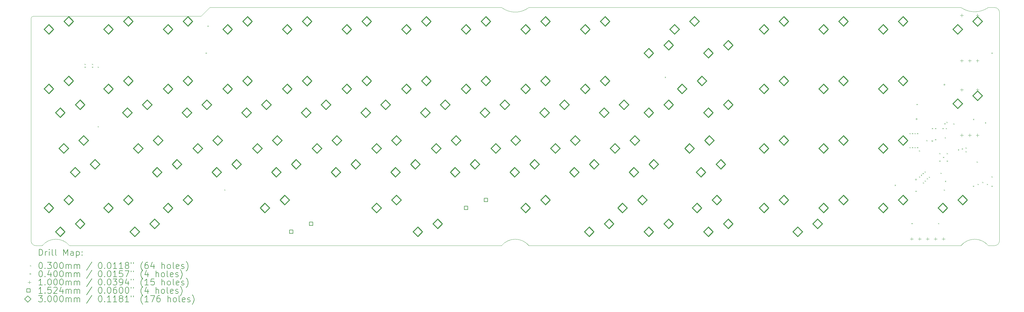
<source format=gbr>
%TF.GenerationSoftware,KiCad,Pcbnew,8.0.5*%
%TF.CreationDate,2024-09-17T11:40:27-04:00*%
%TF.ProjectId,Limousine,4c696d6f-7573-4696-9e65-2e6b69636164,rev?*%
%TF.SameCoordinates,Original*%
%TF.FileFunction,Drillmap*%
%TF.FilePolarity,Positive*%
%FSLAX45Y45*%
G04 Gerber Fmt 4.5, Leading zero omitted, Abs format (unit mm)*
G04 Created by KiCad (PCBNEW 8.0.5) date 2024-09-17 11:40:27*
%MOMM*%
%LPD*%
G01*
G04 APERTURE LIST*
%ADD10C,0.050000*%
%ADD11C,0.200000*%
%ADD12C,0.100000*%
%ADD13C,0.152400*%
%ADD14C,0.300000*%
G04 APERTURE END LIST*
D10*
X1746250Y-9207500D02*
G75*
G02*
X1587500Y-9048750I0J158750D01*
G01*
X16629062Y-9207500D02*
G75*
G02*
X17502188Y-9207500I436563J-357187D01*
G01*
X1944687Y-9207500D02*
G75*
G02*
X2817812Y-9207500I436563J-357187D01*
G01*
X32186562Y-1587500D02*
G75*
G02*
X31313437Y-1587500I-436563J623476D01*
G01*
X32186562Y-9207500D02*
X32385000Y-9207500D01*
X17502188Y-9207500D02*
X31313437Y-9207500D01*
X32543750Y-9048750D02*
G75*
G02*
X32385000Y-9207500I-158750J0D01*
G01*
X7302500Y-1587500D02*
X7024687Y-1865312D01*
X1587500Y-1944687D02*
G75*
G02*
X1666875Y-1865310I79380J-3D01*
G01*
X1587500Y-1944687D02*
X1587500Y-9048750D01*
X17502188Y-1587500D02*
G75*
G02*
X16629062Y-1587500I-436563J568939D01*
G01*
X31313437Y-9207500D02*
G75*
G02*
X32186562Y-9207500I436563J-357187D01*
G01*
X1746250Y-9207500D02*
X1944687Y-9207500D01*
X7024687Y-1865312D02*
X1666875Y-1865312D01*
X32186562Y-1587500D02*
X32385000Y-1587500D01*
X17502188Y-1587500D02*
X31313437Y-1587500D01*
X16629062Y-1587500D02*
X7302500Y-1587500D01*
X32385000Y-1587500D02*
G75*
G02*
X32543750Y-1746250I0J-158750D01*
G01*
X16629062Y-9207500D02*
X2817812Y-9207500D01*
X32543750Y-1746250D02*
X32543750Y-9048750D01*
D11*
D12*
X3298905Y-3388202D02*
X3328905Y-3418202D01*
X3328905Y-3388202D02*
X3298905Y-3418202D01*
X3298905Y-3477498D02*
X3328905Y-3507498D01*
X3328905Y-3477498D02*
X3298905Y-3507498D01*
X3537030Y-3388202D02*
X3567030Y-3418202D01*
X3567030Y-3388202D02*
X3537030Y-3418202D01*
X3537030Y-3477498D02*
X3567030Y-3507498D01*
X3567030Y-3477498D02*
X3537030Y-3507498D01*
X3715623Y-3477505D02*
X3745623Y-3507505D01*
X3745623Y-3477505D02*
X3715623Y-3507505D01*
X3715623Y-5382503D02*
X3745623Y-5412503D01*
X3745623Y-5382503D02*
X3715623Y-5412503D01*
X7168433Y-3031014D02*
X7198433Y-3061014D01*
X7198433Y-3031014D02*
X7168433Y-3061014D01*
X7227964Y-2167812D02*
X7257964Y-2197812D01*
X7257964Y-2167812D02*
X7227964Y-2197812D01*
X7763745Y-7406564D02*
X7793745Y-7436564D01*
X7793745Y-7406564D02*
X7763745Y-7436564D01*
X21842874Y-3804920D02*
X21872874Y-3834920D01*
X21872874Y-3804920D02*
X21842874Y-3834920D01*
X29194977Y-7257730D02*
X29224977Y-7287730D01*
X29224977Y-7257730D02*
X29194977Y-7287730D01*
X29666889Y-5605112D02*
X29696889Y-5635112D01*
X29696889Y-5605112D02*
X29666889Y-5635112D01*
X29666889Y-6051596D02*
X29696889Y-6081596D01*
X29696889Y-6051596D02*
X29666889Y-6081596D01*
X29733303Y-8484375D02*
X29763303Y-8514375D01*
X29763303Y-8484375D02*
X29733303Y-8514375D01*
X29746889Y-5605112D02*
X29776889Y-5635112D01*
X29776889Y-5605112D02*
X29746889Y-5635112D01*
X29746889Y-6051596D02*
X29776889Y-6081596D01*
X29776889Y-6051596D02*
X29746889Y-6081596D01*
X29826890Y-5605112D02*
X29856890Y-5635112D01*
X29856890Y-5605112D02*
X29826890Y-5635112D01*
X29826890Y-6051596D02*
X29856890Y-6081596D01*
X29856890Y-6051596D02*
X29826890Y-6081596D01*
X29860366Y-7450580D02*
X29890366Y-7480580D01*
X29890366Y-7450580D02*
X29860366Y-7480580D01*
X29890130Y-4674375D02*
X29920130Y-4704375D01*
X29920130Y-4674375D02*
X29890130Y-4704375D01*
X29906890Y-5605112D02*
X29936890Y-5635112D01*
X29936890Y-5605112D02*
X29906890Y-5635112D01*
X29906890Y-6051596D02*
X29936890Y-6081596D01*
X29936890Y-6051596D02*
X29906890Y-6081596D01*
X29968882Y-6156402D02*
X29998882Y-6186402D01*
X29998882Y-6156402D02*
X29968882Y-6186402D01*
X29974264Y-6994377D02*
X30004264Y-7024377D01*
X30004264Y-6994377D02*
X29974264Y-7024377D01*
X30030833Y-6937808D02*
X30060833Y-6967808D01*
X30060833Y-6937808D02*
X30030833Y-6967808D01*
X30087401Y-6881239D02*
X30117401Y-6911239D01*
X30117401Y-6881239D02*
X30087401Y-6911239D01*
X30094311Y-7182689D02*
X30124311Y-7212689D01*
X30124311Y-7182689D02*
X30094311Y-7212689D01*
X30150929Y-6832616D02*
X30180929Y-6862616D01*
X30180929Y-6832616D02*
X30150929Y-6862616D01*
X30154311Y-7124989D02*
X30184311Y-7154989D01*
X30184311Y-7124989D02*
X30154311Y-7154989D01*
X30207007Y-5828981D02*
X30237007Y-5858981D01*
X30237007Y-5828981D02*
X30207007Y-5858981D01*
X30221151Y-7049659D02*
X30251151Y-7079659D01*
X30251151Y-7049659D02*
X30221151Y-7079659D01*
X30284173Y-7000382D02*
X30314173Y-7030382D01*
X30314173Y-7000382D02*
X30284173Y-7030382D01*
X30381264Y-5442028D02*
X30411264Y-5472028D01*
X30411264Y-5442028D02*
X30381264Y-5472028D01*
X30485443Y-5442028D02*
X30515443Y-5472028D01*
X30515443Y-5442028D02*
X30485443Y-5472028D01*
X30485443Y-5799215D02*
X30515443Y-5829215D01*
X30515443Y-5799215D02*
X30485443Y-5829215D01*
X30582741Y-8484375D02*
X30612741Y-8514375D01*
X30612741Y-8484375D02*
X30582741Y-8514375D01*
X30618451Y-6244135D02*
X30648451Y-6274135D01*
X30648451Y-6244135D02*
X30618451Y-6274135D01*
X30618451Y-6484135D02*
X30648451Y-6514135D01*
X30648451Y-6484135D02*
X30618451Y-6514135D01*
X30658451Y-6875830D02*
X30688451Y-6905830D01*
X30688451Y-6875830D02*
X30658451Y-6905830D01*
X30723568Y-5442028D02*
X30753568Y-5472028D01*
X30753568Y-5442028D02*
X30723568Y-5472028D01*
X30738451Y-6364135D02*
X30768451Y-6394135D01*
X30768451Y-6364135D02*
X30738451Y-6394135D01*
X30765421Y-7409872D02*
X30795421Y-7439872D01*
X30795421Y-7409872D02*
X30765421Y-7439872D01*
X30783099Y-5292574D02*
X30813099Y-5322574D01*
X30813099Y-5292574D02*
X30783099Y-5322574D01*
X30793697Y-5738829D02*
X30823697Y-5768829D01*
X30823697Y-5738829D02*
X30793697Y-5768829D01*
X30800777Y-7134100D02*
X30830777Y-7164100D01*
X30830777Y-7134100D02*
X30800777Y-7164100D01*
X30827748Y-5442028D02*
X30857748Y-5472028D01*
X30857748Y-5442028D02*
X30827748Y-5472028D01*
X30847279Y-5244815D02*
X30877279Y-5274815D01*
X30877279Y-5244815D02*
X30847279Y-5274815D01*
X30858451Y-6244135D02*
X30888451Y-6274135D01*
X30888451Y-6244135D02*
X30858451Y-6274135D01*
X30858451Y-6484135D02*
X30888451Y-6514135D01*
X30888451Y-6484135D02*
X30858451Y-6514135D01*
X31070210Y-5293200D02*
X31100210Y-5323200D01*
X31100210Y-5293200D02*
X31070210Y-5323200D01*
X31219038Y-6124135D02*
X31249038Y-6154135D01*
X31249038Y-6124135D02*
X31219038Y-6154135D01*
X31338100Y-6096871D02*
X31368100Y-6126871D01*
X31368100Y-6096871D02*
X31338100Y-6126871D01*
X31457162Y-6067106D02*
X31487162Y-6097106D01*
X31487162Y-6067106D02*
X31457162Y-6097106D01*
X31457162Y-6186168D02*
X31487162Y-6216168D01*
X31487162Y-6186168D02*
X31457162Y-6216168D01*
X31695287Y-7287495D02*
X31725287Y-7317495D01*
X31725287Y-7287495D02*
X31695287Y-7317495D01*
X31699855Y-5150625D02*
X31729855Y-5180625D01*
X31729855Y-5150625D02*
X31699855Y-5180625D01*
X31814350Y-6513590D02*
X31844350Y-6543590D01*
X31844350Y-6513590D02*
X31814350Y-6543590D01*
X31844115Y-7227964D02*
X31874115Y-7257964D01*
X31874115Y-7227964D02*
X31844115Y-7257964D01*
X31992943Y-7168433D02*
X32022943Y-7198433D01*
X32022943Y-7168433D02*
X31992943Y-7198433D01*
X32082240Y-5263434D02*
X32112240Y-5293434D01*
X32112240Y-5263434D02*
X32082240Y-5293434D01*
X32141771Y-7227964D02*
X32171771Y-7257964D01*
X32171771Y-7227964D02*
X32141771Y-7257964D01*
X32290599Y-3031014D02*
X32320599Y-3061014D01*
X32320599Y-3031014D02*
X32290599Y-3061014D01*
X32290599Y-6989839D02*
X32320599Y-7019839D01*
X32320599Y-6989839D02*
X32290599Y-7019839D01*
X32290599Y-7287495D02*
X32320599Y-7317495D01*
X32320599Y-7287495D02*
X32290599Y-7317495D01*
X29895366Y-7093510D02*
G75*
G02*
X29855366Y-7093510I-20000J0D01*
G01*
X29855366Y-7093510D02*
G75*
G02*
X29895366Y-7093510I20000J0D01*
G01*
X29914586Y-5159372D02*
G75*
G02*
X29874586Y-5159372I-20000J0D01*
G01*
X29874586Y-5159372D02*
G75*
G02*
X29914586Y-5159372I20000J0D01*
G01*
X30416264Y-5858237D02*
G75*
G02*
X30376264Y-5858237I-20000J0D01*
G01*
X30376264Y-5858237D02*
G75*
G02*
X30416264Y-5858237I20000J0D01*
G01*
X30803216Y-4057418D02*
G75*
G02*
X30763216Y-4057418I-20000J0D01*
G01*
X30763216Y-4057418D02*
G75*
G02*
X30803216Y-4057418I20000J0D01*
G01*
X29740428Y-8939211D02*
X29740428Y-9039211D01*
X29690428Y-8989211D02*
X29790428Y-8989211D01*
X29994428Y-8939211D02*
X29994428Y-9039211D01*
X29944428Y-8989211D02*
X30044428Y-8989211D01*
X30248428Y-8939211D02*
X30248428Y-9039211D01*
X30198428Y-8989211D02*
X30298428Y-8989211D01*
X30502428Y-8939211D02*
X30502428Y-9039211D01*
X30452428Y-8989211D02*
X30552428Y-8989211D01*
X30756428Y-8939211D02*
X30756428Y-9039211D01*
X30706428Y-8989211D02*
X30806428Y-8989211D01*
X31341250Y-1790000D02*
X31341250Y-1890000D01*
X31291250Y-1840000D02*
X31391250Y-1840000D01*
X31341250Y-3240000D02*
X31341250Y-3340000D01*
X31291250Y-3290000D02*
X31391250Y-3290000D01*
X31341250Y-4171250D02*
X31341250Y-4271250D01*
X31291250Y-4221250D02*
X31391250Y-4221250D01*
X31341250Y-5621250D02*
X31341250Y-5721250D01*
X31291250Y-5671250D02*
X31391250Y-5671250D01*
X31591250Y-3240000D02*
X31591250Y-3340000D01*
X31541250Y-3290000D02*
X31641250Y-3290000D01*
X31591250Y-5621250D02*
X31591250Y-5721250D01*
X31541250Y-5671250D02*
X31641250Y-5671250D01*
X31841250Y-1790000D02*
X31841250Y-1890000D01*
X31791250Y-1840000D02*
X31891250Y-1840000D01*
X31841250Y-3240000D02*
X31841250Y-3340000D01*
X31791250Y-3290000D02*
X31891250Y-3290000D01*
X31841250Y-4171250D02*
X31841250Y-4271250D01*
X31791250Y-4221250D02*
X31891250Y-4221250D01*
X31841250Y-5621250D02*
X31841250Y-5721250D01*
X31791250Y-5671250D02*
X31891250Y-5671250D01*
D13*
X9959875Y-8816883D02*
X9959875Y-8709119D01*
X9852111Y-8709119D01*
X9852111Y-8816883D01*
X9959875Y-8816883D01*
X10594875Y-8562883D02*
X10594875Y-8455119D01*
X10487111Y-8455119D01*
X10487111Y-8562883D01*
X10594875Y-8562883D01*
X15547870Y-8054883D02*
X15547870Y-7947119D01*
X15440106Y-7947119D01*
X15440106Y-8054883D01*
X15547870Y-8054883D01*
X16182870Y-7800883D02*
X16182870Y-7693119D01*
X16075106Y-7693119D01*
X16075106Y-7800883D01*
X16182870Y-7800883D01*
D14*
X2159000Y-2436000D02*
X2309000Y-2286000D01*
X2159000Y-2136000D01*
X2009000Y-2286000D01*
X2159000Y-2436000D01*
X2159000Y-4341000D02*
X2309000Y-4191000D01*
X2159000Y-4041000D01*
X2009000Y-4191000D01*
X2159000Y-4341000D01*
X2159000Y-8151000D02*
X2309000Y-8001000D01*
X2159000Y-7851000D01*
X2009000Y-8001000D01*
X2159000Y-8151000D01*
X2524124Y-5103000D02*
X2674124Y-4953000D01*
X2524124Y-4803000D01*
X2374124Y-4953000D01*
X2524124Y-5103000D01*
X2524124Y-8913001D02*
X2674124Y-8763001D01*
X2524124Y-8613001D01*
X2374124Y-8763001D01*
X2524124Y-8913001D01*
X2637235Y-6246002D02*
X2787235Y-6096002D01*
X2637235Y-5946002D01*
X2487235Y-6096002D01*
X2637235Y-6246002D01*
X2794000Y-2182000D02*
X2944000Y-2032000D01*
X2794000Y-1882000D01*
X2644000Y-2032000D01*
X2794000Y-2182000D01*
X2794000Y-4087000D02*
X2944000Y-3937000D01*
X2794000Y-3787000D01*
X2644000Y-3937000D01*
X2794000Y-4087000D01*
X2794000Y-7897000D02*
X2944000Y-7747000D01*
X2794000Y-7597000D01*
X2644000Y-7747000D01*
X2794000Y-7897000D01*
X3000375Y-7008002D02*
X3150375Y-6858002D01*
X3000375Y-6708002D01*
X2850375Y-6858002D01*
X3000375Y-7008002D01*
X3159124Y-4849000D02*
X3309124Y-4699000D01*
X3159124Y-4549000D01*
X3009124Y-4699000D01*
X3159124Y-4849000D01*
X3159124Y-8659001D02*
X3309124Y-8509001D01*
X3159124Y-8359001D01*
X3009124Y-8509001D01*
X3159124Y-8659001D01*
X3272235Y-5992002D02*
X3422235Y-5842002D01*
X3272235Y-5692002D01*
X3122235Y-5842002D01*
X3272235Y-5992002D01*
X3635375Y-6754002D02*
X3785375Y-6604002D01*
X3635375Y-6454002D01*
X3485375Y-6604002D01*
X3635375Y-6754002D01*
X4064000Y-2436000D02*
X4214000Y-2286000D01*
X4064000Y-2136000D01*
X3914000Y-2286000D01*
X4064000Y-2436000D01*
X4064000Y-4341000D02*
X4214000Y-4191000D01*
X4064000Y-4041000D01*
X3914000Y-4191000D01*
X4064000Y-4341000D01*
X4064000Y-8151000D02*
X4214000Y-8001000D01*
X4064000Y-7851000D01*
X3914000Y-8001000D01*
X4064000Y-8151000D01*
X4667247Y-5103004D02*
X4817247Y-4953004D01*
X4667247Y-4803004D01*
X4517247Y-4953004D01*
X4667247Y-5103004D01*
X4699000Y-2182000D02*
X4849000Y-2032000D01*
X4699000Y-1882000D01*
X4549000Y-2032000D01*
X4699000Y-2182000D01*
X4699000Y-4087000D02*
X4849000Y-3937000D01*
X4699000Y-3787000D01*
X4549000Y-3937000D01*
X4699000Y-4087000D01*
X4699000Y-7897000D02*
X4849000Y-7747000D01*
X4699000Y-7597000D01*
X4549000Y-7747000D01*
X4699000Y-7897000D01*
X4905372Y-8913001D02*
X5055372Y-8763001D01*
X4905372Y-8613001D01*
X4755372Y-8763001D01*
X4905372Y-8913001D01*
X5016497Y-6246005D02*
X5166497Y-6096005D01*
X5016497Y-5946005D01*
X4866497Y-6096005D01*
X5016497Y-6246005D01*
X5302247Y-4849004D02*
X5452247Y-4699004D01*
X5302247Y-4549004D01*
X5152247Y-4699004D01*
X5302247Y-4849004D01*
X5540372Y-8659001D02*
X5690372Y-8509001D01*
X5540372Y-8359001D01*
X5390372Y-8509001D01*
X5540372Y-8659001D01*
X5619748Y-7008002D02*
X5769748Y-6858002D01*
X5619748Y-6708002D01*
X5469748Y-6858002D01*
X5619748Y-7008002D01*
X5651497Y-5992005D02*
X5801497Y-5842005D01*
X5651497Y-5692005D01*
X5501497Y-5842005D01*
X5651497Y-5992005D01*
X5969000Y-2436000D02*
X6119000Y-2286000D01*
X5969000Y-2136000D01*
X5819000Y-2286000D01*
X5969000Y-2436000D01*
X5969000Y-4341000D02*
X6119000Y-4191000D01*
X5969000Y-4041000D01*
X5819000Y-4191000D01*
X5969000Y-4341000D01*
X5969000Y-8151000D02*
X6119000Y-8001000D01*
X5969000Y-7851000D01*
X5819000Y-8001000D01*
X5969000Y-8151000D01*
X6254748Y-6754002D02*
X6404748Y-6604002D01*
X6254748Y-6454002D01*
X6104748Y-6604002D01*
X6254748Y-6754002D01*
X6572246Y-5103000D02*
X6722246Y-4953000D01*
X6572246Y-4803000D01*
X6422246Y-4953000D01*
X6572246Y-5103000D01*
X6604000Y-2182000D02*
X6754000Y-2032000D01*
X6604000Y-1882000D01*
X6454000Y-2032000D01*
X6604000Y-2182000D01*
X6604000Y-4087000D02*
X6754000Y-3937000D01*
X6604000Y-3787000D01*
X6454000Y-3937000D01*
X6604000Y-4087000D01*
X6604000Y-7897000D02*
X6754000Y-7747000D01*
X6604000Y-7597000D01*
X6454000Y-7747000D01*
X6604000Y-7897000D01*
X6921497Y-6246005D02*
X7071497Y-6096005D01*
X6921497Y-5946005D01*
X6771497Y-6096005D01*
X6921497Y-6246005D01*
X7207246Y-4849000D02*
X7357246Y-4699000D01*
X7207246Y-4549000D01*
X7057246Y-4699000D01*
X7207246Y-4849000D01*
X7524746Y-7008002D02*
X7674746Y-6858002D01*
X7524746Y-6708002D01*
X7374746Y-6858002D01*
X7524746Y-7008002D01*
X7556497Y-5992005D02*
X7706497Y-5842005D01*
X7556497Y-5692005D01*
X7406497Y-5842005D01*
X7556497Y-5992005D01*
X7874000Y-2436000D02*
X8024000Y-2286000D01*
X7874000Y-2136000D01*
X7724000Y-2286000D01*
X7874000Y-2436000D01*
X7874000Y-4341000D02*
X8024000Y-4191000D01*
X7874000Y-4041000D01*
X7724000Y-4191000D01*
X7874000Y-4341000D01*
X8159746Y-6754002D02*
X8309746Y-6604002D01*
X8159746Y-6454002D01*
X8009746Y-6604002D01*
X8159746Y-6754002D01*
X8477244Y-5103000D02*
X8627244Y-4953000D01*
X8477244Y-4803000D01*
X8327244Y-4953000D01*
X8477244Y-5103000D01*
X8509000Y-2182000D02*
X8659000Y-2032000D01*
X8509000Y-1882000D01*
X8359000Y-2032000D01*
X8509000Y-2182000D01*
X8509000Y-4087000D02*
X8659000Y-3937000D01*
X8509000Y-3787000D01*
X8359000Y-3937000D01*
X8509000Y-4087000D01*
X8826495Y-6246005D02*
X8976495Y-6096005D01*
X8826495Y-5946005D01*
X8676495Y-6096005D01*
X8826495Y-6246005D01*
X9064618Y-8151000D02*
X9214618Y-8001000D01*
X9064618Y-7851000D01*
X8914618Y-8001000D01*
X9064618Y-8151000D01*
X9112244Y-4849000D02*
X9262244Y-4699000D01*
X9112244Y-4549000D01*
X8962244Y-4699000D01*
X9112244Y-4849000D01*
X9429745Y-7008002D02*
X9579745Y-6858002D01*
X9429745Y-6708002D01*
X9279745Y-6858002D01*
X9429745Y-7008002D01*
X9461495Y-5992005D02*
X9611495Y-5842005D01*
X9461495Y-5692005D01*
X9311495Y-5842005D01*
X9461495Y-5992005D01*
X9699618Y-7897000D02*
X9849618Y-7747000D01*
X9699618Y-7597000D01*
X9549618Y-7747000D01*
X9699618Y-7897000D01*
X9779000Y-2436000D02*
X9929000Y-2286000D01*
X9779000Y-2136000D01*
X9629000Y-2286000D01*
X9779000Y-2436000D01*
X9779000Y-4341000D02*
X9929000Y-4191000D01*
X9779000Y-4041000D01*
X9629000Y-4191000D01*
X9779000Y-4341000D01*
X10064745Y-6754002D02*
X10214745Y-6604002D01*
X10064745Y-6454002D01*
X9914745Y-6604002D01*
X10064745Y-6754002D01*
X10382242Y-5103000D02*
X10532242Y-4953000D01*
X10382242Y-4803000D01*
X10232242Y-4953000D01*
X10382242Y-5103000D01*
X10414000Y-2182000D02*
X10564000Y-2032000D01*
X10414000Y-1882000D01*
X10264000Y-2032000D01*
X10414000Y-2182000D01*
X10414000Y-4087000D02*
X10564000Y-3937000D01*
X10414000Y-3787000D01*
X10264000Y-3937000D01*
X10414000Y-4087000D01*
X10731495Y-6246005D02*
X10881495Y-6096005D01*
X10731495Y-5946005D01*
X10581495Y-6096005D01*
X10731495Y-6246005D01*
X11017242Y-4849000D02*
X11167242Y-4699000D01*
X11017242Y-4549000D01*
X10867242Y-4699000D01*
X11017242Y-4849000D01*
X11334743Y-7008002D02*
X11484743Y-6858002D01*
X11334743Y-6708002D01*
X11184743Y-6858002D01*
X11334743Y-7008002D01*
X11366495Y-5992005D02*
X11516495Y-5842005D01*
X11366495Y-5692005D01*
X11216495Y-5842005D01*
X11366495Y-5992005D01*
X11684000Y-2436000D02*
X11834000Y-2286000D01*
X11684000Y-2136000D01*
X11534000Y-2286000D01*
X11684000Y-2436000D01*
X11684000Y-4341000D02*
X11834000Y-4191000D01*
X11684000Y-4041000D01*
X11534000Y-4191000D01*
X11684000Y-4341000D01*
X11969743Y-6754002D02*
X12119743Y-6604002D01*
X11969743Y-6454002D01*
X11819743Y-6604002D01*
X11969743Y-6754002D01*
X12287241Y-5103000D02*
X12437241Y-4953000D01*
X12287241Y-4803000D01*
X12137241Y-4953000D01*
X12287241Y-5103000D01*
X12319000Y-2182000D02*
X12469000Y-2032000D01*
X12319000Y-1882000D01*
X12169000Y-2032000D01*
X12319000Y-2182000D01*
X12319000Y-4087000D02*
X12469000Y-3937000D01*
X12319000Y-3787000D01*
X12169000Y-3937000D01*
X12319000Y-4087000D01*
X12636490Y-8151000D02*
X12786490Y-8001000D01*
X12636490Y-7851000D01*
X12486490Y-8001000D01*
X12636490Y-8151000D01*
X12636495Y-6246005D02*
X12786495Y-6096005D01*
X12636495Y-5946005D01*
X12486495Y-6096005D01*
X12636495Y-6246005D01*
X12922241Y-4849000D02*
X13072241Y-4699000D01*
X12922241Y-4549000D01*
X12772241Y-4699000D01*
X12922241Y-4849000D01*
X13239742Y-7008002D02*
X13389742Y-6858002D01*
X13239742Y-6708002D01*
X13089742Y-6858002D01*
X13239742Y-7008002D01*
X13271490Y-7897000D02*
X13421490Y-7747000D01*
X13271490Y-7597000D01*
X13121490Y-7747000D01*
X13271490Y-7897000D01*
X13271495Y-5992005D02*
X13421495Y-5842005D01*
X13271495Y-5692005D01*
X13121495Y-5842005D01*
X13271495Y-5992005D01*
X13589000Y-2436000D02*
X13739000Y-2286000D01*
X13589000Y-2136000D01*
X13439000Y-2286000D01*
X13589000Y-2436000D01*
X13589000Y-4341000D02*
X13739000Y-4191000D01*
X13589000Y-4041000D01*
X13439000Y-4191000D01*
X13589000Y-4341000D01*
X13874742Y-6754002D02*
X14024742Y-6604002D01*
X13874742Y-6454002D01*
X13724742Y-6604002D01*
X13874742Y-6754002D01*
X13954114Y-8913000D02*
X14104114Y-8763000D01*
X13954114Y-8613000D01*
X13804114Y-8763000D01*
X13954114Y-8913000D01*
X14192239Y-5103000D02*
X14342239Y-4953000D01*
X14192239Y-4803000D01*
X14042239Y-4953000D01*
X14192239Y-5103000D01*
X14224000Y-2182000D02*
X14374000Y-2032000D01*
X14224000Y-1882000D01*
X14074000Y-2032000D01*
X14224000Y-2182000D01*
X14224000Y-4087000D02*
X14374000Y-3937000D01*
X14224000Y-3787000D01*
X14074000Y-3937000D01*
X14224000Y-4087000D01*
X14541495Y-6246005D02*
X14691495Y-6096005D01*
X14541495Y-5946005D01*
X14391495Y-6096005D01*
X14541495Y-6246005D01*
X14589114Y-8659000D02*
X14739114Y-8509000D01*
X14589114Y-8359000D01*
X14439114Y-8509000D01*
X14589114Y-8659000D01*
X14827239Y-4849000D02*
X14977239Y-4699000D01*
X14827239Y-4549000D01*
X14677239Y-4699000D01*
X14827239Y-4849000D01*
X15144740Y-7008002D02*
X15294740Y-6858002D01*
X15144740Y-6708002D01*
X14994740Y-6858002D01*
X15144740Y-7008002D01*
X15176495Y-5992005D02*
X15326495Y-5842005D01*
X15176495Y-5692005D01*
X15026495Y-5842005D01*
X15176495Y-5992005D01*
X15494000Y-2436000D02*
X15644000Y-2286000D01*
X15494000Y-2136000D01*
X15344000Y-2286000D01*
X15494000Y-2436000D01*
X15494000Y-4341000D02*
X15644000Y-4191000D01*
X15494000Y-4041000D01*
X15344000Y-4191000D01*
X15494000Y-4341000D01*
X15779740Y-6754002D02*
X15929740Y-6604002D01*
X15779740Y-6454002D01*
X15629740Y-6604002D01*
X15779740Y-6754002D01*
X16097238Y-5103000D02*
X16247238Y-4953000D01*
X16097238Y-4803000D01*
X15947238Y-4953000D01*
X16097238Y-5103000D01*
X16129000Y-2182000D02*
X16279000Y-2032000D01*
X16129000Y-1882000D01*
X15979000Y-2032000D01*
X16129000Y-2182000D01*
X16129000Y-4087000D02*
X16279000Y-3937000D01*
X16129000Y-3787000D01*
X15979000Y-3937000D01*
X16129000Y-4087000D01*
X16446495Y-6246005D02*
X16596495Y-6096005D01*
X16446495Y-5946005D01*
X16296495Y-6096005D01*
X16446495Y-6246005D01*
X16732238Y-4849000D02*
X16882238Y-4699000D01*
X16732238Y-4549000D01*
X16582238Y-4699000D01*
X16732238Y-4849000D01*
X17049738Y-7008002D02*
X17199738Y-6858002D01*
X17049738Y-6708002D01*
X16899738Y-6858002D01*
X17049738Y-7008002D01*
X17081495Y-5992005D02*
X17231495Y-5842005D01*
X17081495Y-5692005D01*
X16931495Y-5842005D01*
X17081495Y-5992005D01*
X17399000Y-2436000D02*
X17549000Y-2286000D01*
X17399000Y-2136000D01*
X17249000Y-2286000D01*
X17399000Y-2436000D01*
X17399000Y-4341000D02*
X17549000Y-4191000D01*
X17399000Y-4041000D01*
X17249000Y-4191000D01*
X17399000Y-4341000D01*
X17399000Y-8151000D02*
X17549000Y-8001000D01*
X17399000Y-7851000D01*
X17249000Y-8001000D01*
X17399000Y-8151000D01*
X17684738Y-6754002D02*
X17834738Y-6604002D01*
X17684738Y-6454002D01*
X17534738Y-6604002D01*
X17684738Y-6754002D01*
X18002236Y-5103000D02*
X18152236Y-4953000D01*
X18002236Y-4803000D01*
X17852236Y-4953000D01*
X18002236Y-5103000D01*
X18034000Y-2182000D02*
X18184000Y-2032000D01*
X18034000Y-1882000D01*
X17884000Y-2032000D01*
X18034000Y-2182000D01*
X18034000Y-4087000D02*
X18184000Y-3937000D01*
X18034000Y-3787000D01*
X17884000Y-3937000D01*
X18034000Y-4087000D01*
X18034000Y-7897000D02*
X18184000Y-7747000D01*
X18034000Y-7597000D01*
X17884000Y-7747000D01*
X18034000Y-7897000D01*
X18351495Y-6246005D02*
X18501495Y-6096005D01*
X18351495Y-5946005D01*
X18201495Y-6096005D01*
X18351495Y-6246005D01*
X18637236Y-4849000D02*
X18787236Y-4699000D01*
X18637236Y-4549000D01*
X18487236Y-4699000D01*
X18637236Y-4849000D01*
X18954737Y-7008002D02*
X19104737Y-6858002D01*
X18954737Y-6708002D01*
X18804737Y-6858002D01*
X18954737Y-7008002D01*
X18986495Y-5992005D02*
X19136495Y-5842005D01*
X18986495Y-5692005D01*
X18836495Y-5842005D01*
X18986495Y-5992005D01*
X19304000Y-2436000D02*
X19454000Y-2286000D01*
X19304000Y-2136000D01*
X19154000Y-2286000D01*
X19304000Y-2436000D01*
X19304000Y-4341000D02*
X19454000Y-4191000D01*
X19304000Y-4041000D01*
X19154000Y-4191000D01*
X19304000Y-4341000D01*
X19431000Y-8913000D02*
X19581000Y-8763000D01*
X19431000Y-8613000D01*
X19281000Y-8763000D01*
X19431000Y-8913000D01*
X19589737Y-6754002D02*
X19739737Y-6604002D01*
X19589737Y-6454002D01*
X19439737Y-6604002D01*
X19589737Y-6754002D01*
X19907234Y-5103000D02*
X20057234Y-4953000D01*
X19907234Y-4803000D01*
X19757234Y-4953000D01*
X19907234Y-5103000D01*
X19939000Y-2182000D02*
X20089000Y-2032000D01*
X19939000Y-1882000D01*
X19789000Y-2032000D01*
X19939000Y-2182000D01*
X19939000Y-4087000D02*
X20089000Y-3937000D01*
X19939000Y-3787000D01*
X19789000Y-3937000D01*
X19939000Y-4087000D01*
X20066000Y-8659000D02*
X20216000Y-8509000D01*
X20066000Y-8359000D01*
X19916000Y-8509000D01*
X20066000Y-8659000D01*
X20256495Y-6246005D02*
X20406495Y-6096005D01*
X20256495Y-5946005D01*
X20106495Y-6096005D01*
X20256495Y-6246005D01*
X20494609Y-8151001D02*
X20644609Y-8001001D01*
X20494609Y-7851001D01*
X20344609Y-8001001D01*
X20494609Y-8151001D01*
X20542234Y-4849000D02*
X20692234Y-4699000D01*
X20542234Y-4549000D01*
X20392234Y-4699000D01*
X20542234Y-4849000D01*
X20859735Y-7008002D02*
X21009735Y-6858002D01*
X20859735Y-6708002D01*
X20709735Y-6858002D01*
X20859735Y-7008002D01*
X20891495Y-5992005D02*
X21041495Y-5842005D01*
X20891495Y-5692005D01*
X20741495Y-5842005D01*
X20891495Y-5992005D01*
X21129609Y-7897001D02*
X21279609Y-7747001D01*
X21129609Y-7597001D01*
X20979609Y-7747001D01*
X21129609Y-7897001D01*
X21336000Y-3198000D02*
X21486000Y-3048000D01*
X21336000Y-2898000D01*
X21186000Y-3048000D01*
X21336000Y-3198000D01*
X21336000Y-5103000D02*
X21486000Y-4953000D01*
X21336000Y-4803000D01*
X21186000Y-4953000D01*
X21336000Y-5103000D01*
X21336000Y-8913000D02*
X21486000Y-8763000D01*
X21336000Y-8613000D01*
X21186000Y-8763000D01*
X21336000Y-8913000D01*
X21494735Y-6754002D02*
X21644735Y-6604002D01*
X21494735Y-6454002D01*
X21344735Y-6604002D01*
X21494735Y-6754002D01*
X21971000Y-2944000D02*
X22121000Y-2794000D01*
X21971000Y-2644000D01*
X21821000Y-2794000D01*
X21971000Y-2944000D01*
X21971000Y-4849000D02*
X22121000Y-4699000D01*
X21971000Y-4549000D01*
X21821000Y-4699000D01*
X21971000Y-4849000D01*
X21971000Y-8659000D02*
X22121000Y-8509000D01*
X21971000Y-8359000D01*
X21821000Y-8509000D01*
X21971000Y-8659000D01*
X22161482Y-2435999D02*
X22311482Y-2285999D01*
X22161482Y-2135999D01*
X22011482Y-2285999D01*
X22161482Y-2435999D01*
X22399607Y-4341000D02*
X22549607Y-4191000D01*
X22399607Y-4041000D01*
X22249607Y-4191000D01*
X22399607Y-4341000D01*
X22637734Y-6246002D02*
X22787734Y-6096002D01*
X22637734Y-5946002D01*
X22487734Y-6096002D01*
X22637734Y-6246002D01*
X22796482Y-2181999D02*
X22946482Y-2031999D01*
X22796482Y-1881999D01*
X22646482Y-2031999D01*
X22796482Y-2181999D01*
X22875857Y-8151001D02*
X23025857Y-8001001D01*
X22875857Y-7851001D01*
X22725857Y-8001001D01*
X22875857Y-8151001D01*
X23002858Y-7008002D02*
X23152858Y-6858002D01*
X23002858Y-6708002D01*
X22852858Y-6858002D01*
X23002858Y-7008002D01*
X23034607Y-4087000D02*
X23184607Y-3937000D01*
X23034607Y-3787000D01*
X22884607Y-3937000D01*
X23034607Y-4087000D01*
X23241000Y-3198000D02*
X23391000Y-3048000D01*
X23241000Y-2898000D01*
X23091000Y-3048000D01*
X23241000Y-3198000D01*
X23241000Y-5103000D02*
X23391000Y-4953000D01*
X23241000Y-4803000D01*
X23091000Y-4953000D01*
X23241000Y-5103000D01*
X23241000Y-8913000D02*
X23391000Y-8763000D01*
X23241000Y-8613000D01*
X23091000Y-8763000D01*
X23241000Y-8913000D01*
X23272734Y-5992002D02*
X23422734Y-5842002D01*
X23272734Y-5692002D01*
X23122734Y-5842002D01*
X23272734Y-5992002D01*
X23510857Y-7897001D02*
X23660857Y-7747001D01*
X23510857Y-7597001D01*
X23360857Y-7747001D01*
X23510857Y-7897001D01*
X23637858Y-6754002D02*
X23787858Y-6604002D01*
X23637858Y-6454002D01*
X23487858Y-6604002D01*
X23637858Y-6754002D01*
X23876000Y-2944000D02*
X24026000Y-2794000D01*
X23876000Y-2644000D01*
X23726000Y-2794000D01*
X23876000Y-2944000D01*
X23876000Y-4849000D02*
X24026000Y-4699000D01*
X23876000Y-4549000D01*
X23726000Y-4699000D01*
X23876000Y-4849000D01*
X23876000Y-8659000D02*
X24026000Y-8509000D01*
X23876000Y-8359000D01*
X23726000Y-8509000D01*
X23876000Y-8659000D01*
X25019000Y-2436000D02*
X25169000Y-2286000D01*
X25019000Y-2136000D01*
X24869000Y-2286000D01*
X25019000Y-2436000D01*
X25019000Y-4341000D02*
X25169000Y-4191000D01*
X25019000Y-4041000D01*
X24869000Y-4191000D01*
X25019000Y-4341000D01*
X25019000Y-6246000D02*
X25169000Y-6096000D01*
X25019000Y-5946000D01*
X24869000Y-6096000D01*
X25019000Y-6246000D01*
X25019000Y-8151000D02*
X25169000Y-8001000D01*
X25019000Y-7851000D01*
X24869000Y-8001000D01*
X25019000Y-8151000D01*
X25654000Y-2182000D02*
X25804000Y-2032000D01*
X25654000Y-1882000D01*
X25504000Y-2032000D01*
X25654000Y-2182000D01*
X25654000Y-4087000D02*
X25804000Y-3937000D01*
X25654000Y-3787000D01*
X25504000Y-3937000D01*
X25654000Y-4087000D01*
X25654000Y-5992000D02*
X25804000Y-5842000D01*
X25654000Y-5692000D01*
X25504000Y-5842000D01*
X25654000Y-5992000D01*
X25654000Y-7897000D02*
X25804000Y-7747000D01*
X25654000Y-7597000D01*
X25504000Y-7747000D01*
X25654000Y-7897000D01*
X26098479Y-8913000D02*
X26248479Y-8763000D01*
X26098479Y-8613000D01*
X25948479Y-8763000D01*
X26098479Y-8913000D01*
X26733479Y-8659000D02*
X26883479Y-8509000D01*
X26733479Y-8359000D01*
X26583479Y-8509000D01*
X26733479Y-8659000D01*
X26924000Y-2436000D02*
X27074000Y-2286000D01*
X26924000Y-2136000D01*
X26774000Y-2286000D01*
X26924000Y-2436000D01*
X26924000Y-4341000D02*
X27074000Y-4191000D01*
X26924000Y-4041000D01*
X26774000Y-4191000D01*
X26924000Y-4341000D01*
X26924000Y-6246000D02*
X27074000Y-6096000D01*
X26924000Y-5946000D01*
X26774000Y-6096000D01*
X26924000Y-6246000D01*
X26924000Y-8151000D02*
X27074000Y-8001000D01*
X26924000Y-7851000D01*
X26774000Y-8001000D01*
X26924000Y-8151000D01*
X27559000Y-2182000D02*
X27709000Y-2032000D01*
X27559000Y-1882000D01*
X27409000Y-2032000D01*
X27559000Y-2182000D01*
X27559000Y-4087000D02*
X27709000Y-3937000D01*
X27559000Y-3787000D01*
X27409000Y-3937000D01*
X27559000Y-4087000D01*
X27559000Y-5992000D02*
X27709000Y-5842000D01*
X27559000Y-5692000D01*
X27409000Y-5842000D01*
X27559000Y-5992000D01*
X27559000Y-7897000D02*
X27709000Y-7747000D01*
X27559000Y-7597000D01*
X27409000Y-7747000D01*
X27559000Y-7897000D01*
X28829000Y-2436000D02*
X28979000Y-2286000D01*
X28829000Y-2136000D01*
X28679000Y-2286000D01*
X28829000Y-2436000D01*
X28829000Y-4341000D02*
X28979000Y-4191000D01*
X28829000Y-4041000D01*
X28679000Y-4191000D01*
X28829000Y-4341000D01*
X28829000Y-6246000D02*
X28979000Y-6096000D01*
X28829000Y-5946000D01*
X28679000Y-6096000D01*
X28829000Y-6246000D01*
X28829000Y-8151000D02*
X28979000Y-8001000D01*
X28829000Y-7851000D01*
X28679000Y-8001000D01*
X28829000Y-8151000D01*
X29464000Y-2182000D02*
X29614000Y-2032000D01*
X29464000Y-1882000D01*
X29314000Y-2032000D01*
X29464000Y-2182000D01*
X29464000Y-4087000D02*
X29614000Y-3937000D01*
X29464000Y-3787000D01*
X29314000Y-3937000D01*
X29464000Y-4087000D01*
X29464000Y-5992000D02*
X29614000Y-5842000D01*
X29464000Y-5692000D01*
X29314000Y-5842000D01*
X29464000Y-5992000D01*
X29464000Y-7897000D02*
X29614000Y-7747000D01*
X29464000Y-7597000D01*
X29314000Y-7747000D01*
X29464000Y-7897000D01*
X30734000Y-8151000D02*
X30884000Y-8001000D01*
X30734000Y-7851000D01*
X30584000Y-8001000D01*
X30734000Y-8151000D01*
X31210250Y-2436000D02*
X31360250Y-2286000D01*
X31210250Y-2136000D01*
X31060250Y-2286000D01*
X31210250Y-2436000D01*
X31210250Y-4817250D02*
X31360250Y-4667250D01*
X31210250Y-4517250D01*
X31060250Y-4667250D01*
X31210250Y-4817250D01*
X31369000Y-7897000D02*
X31519000Y-7747000D01*
X31369000Y-7597000D01*
X31219000Y-7747000D01*
X31369000Y-7897000D01*
X31845250Y-2182000D02*
X31995250Y-2032000D01*
X31845250Y-1882000D01*
X31695250Y-2032000D01*
X31845250Y-2182000D01*
X31845250Y-4563250D02*
X31995250Y-4413250D01*
X31845250Y-4263250D01*
X31695250Y-4413250D01*
X31845250Y-4563250D01*
D11*
X1845777Y-9521484D02*
X1845777Y-9321484D01*
X1845777Y-9321484D02*
X1893396Y-9321484D01*
X1893396Y-9321484D02*
X1921967Y-9331008D01*
X1921967Y-9331008D02*
X1941015Y-9350055D01*
X1941015Y-9350055D02*
X1950539Y-9369103D01*
X1950539Y-9369103D02*
X1960062Y-9407198D01*
X1960062Y-9407198D02*
X1960062Y-9435770D01*
X1960062Y-9435770D02*
X1950539Y-9473865D01*
X1950539Y-9473865D02*
X1941015Y-9492912D01*
X1941015Y-9492912D02*
X1921967Y-9511960D01*
X1921967Y-9511960D02*
X1893396Y-9521484D01*
X1893396Y-9521484D02*
X1845777Y-9521484D01*
X2045777Y-9521484D02*
X2045777Y-9388150D01*
X2045777Y-9426246D02*
X2055301Y-9407198D01*
X2055301Y-9407198D02*
X2064824Y-9397674D01*
X2064824Y-9397674D02*
X2083872Y-9388150D01*
X2083872Y-9388150D02*
X2102920Y-9388150D01*
X2169586Y-9521484D02*
X2169586Y-9388150D01*
X2169586Y-9321484D02*
X2160063Y-9331008D01*
X2160063Y-9331008D02*
X2169586Y-9340531D01*
X2169586Y-9340531D02*
X2179110Y-9331008D01*
X2179110Y-9331008D02*
X2169586Y-9321484D01*
X2169586Y-9321484D02*
X2169586Y-9340531D01*
X2293396Y-9521484D02*
X2274348Y-9511960D01*
X2274348Y-9511960D02*
X2264824Y-9492912D01*
X2264824Y-9492912D02*
X2264824Y-9321484D01*
X2398158Y-9521484D02*
X2379110Y-9511960D01*
X2379110Y-9511960D02*
X2369586Y-9492912D01*
X2369586Y-9492912D02*
X2369586Y-9321484D01*
X2626729Y-9521484D02*
X2626729Y-9321484D01*
X2626729Y-9321484D02*
X2693396Y-9464341D01*
X2693396Y-9464341D02*
X2760063Y-9321484D01*
X2760063Y-9321484D02*
X2760063Y-9521484D01*
X2941015Y-9521484D02*
X2941015Y-9416722D01*
X2941015Y-9416722D02*
X2931491Y-9397674D01*
X2931491Y-9397674D02*
X2912443Y-9388150D01*
X2912443Y-9388150D02*
X2874348Y-9388150D01*
X2874348Y-9388150D02*
X2855301Y-9397674D01*
X2941015Y-9511960D02*
X2921967Y-9521484D01*
X2921967Y-9521484D02*
X2874348Y-9521484D01*
X2874348Y-9521484D02*
X2855301Y-9511960D01*
X2855301Y-9511960D02*
X2845777Y-9492912D01*
X2845777Y-9492912D02*
X2845777Y-9473865D01*
X2845777Y-9473865D02*
X2855301Y-9454817D01*
X2855301Y-9454817D02*
X2874348Y-9445293D01*
X2874348Y-9445293D02*
X2921967Y-9445293D01*
X2921967Y-9445293D02*
X2941015Y-9435770D01*
X3036253Y-9388150D02*
X3036253Y-9588150D01*
X3036253Y-9397674D02*
X3055301Y-9388150D01*
X3055301Y-9388150D02*
X3093396Y-9388150D01*
X3093396Y-9388150D02*
X3112443Y-9397674D01*
X3112443Y-9397674D02*
X3121967Y-9407198D01*
X3121967Y-9407198D02*
X3131491Y-9426246D01*
X3131491Y-9426246D02*
X3131491Y-9483389D01*
X3131491Y-9483389D02*
X3121967Y-9502436D01*
X3121967Y-9502436D02*
X3112443Y-9511960D01*
X3112443Y-9511960D02*
X3093396Y-9521484D01*
X3093396Y-9521484D02*
X3055301Y-9521484D01*
X3055301Y-9521484D02*
X3036253Y-9511960D01*
X3217205Y-9502436D02*
X3226729Y-9511960D01*
X3226729Y-9511960D02*
X3217205Y-9521484D01*
X3217205Y-9521484D02*
X3207682Y-9511960D01*
X3207682Y-9511960D02*
X3217205Y-9502436D01*
X3217205Y-9502436D02*
X3217205Y-9521484D01*
X3217205Y-9397674D02*
X3226729Y-9407198D01*
X3226729Y-9407198D02*
X3217205Y-9416722D01*
X3217205Y-9416722D02*
X3207682Y-9407198D01*
X3207682Y-9407198D02*
X3217205Y-9397674D01*
X3217205Y-9397674D02*
X3217205Y-9416722D01*
D12*
X1555000Y-9835000D02*
X1585000Y-9865000D01*
X1585000Y-9835000D02*
X1555000Y-9865000D01*
D11*
X1883872Y-9741484D02*
X1902920Y-9741484D01*
X1902920Y-9741484D02*
X1921967Y-9751008D01*
X1921967Y-9751008D02*
X1931491Y-9760531D01*
X1931491Y-9760531D02*
X1941015Y-9779579D01*
X1941015Y-9779579D02*
X1950539Y-9817674D01*
X1950539Y-9817674D02*
X1950539Y-9865293D01*
X1950539Y-9865293D02*
X1941015Y-9903389D01*
X1941015Y-9903389D02*
X1931491Y-9922436D01*
X1931491Y-9922436D02*
X1921967Y-9931960D01*
X1921967Y-9931960D02*
X1902920Y-9941484D01*
X1902920Y-9941484D02*
X1883872Y-9941484D01*
X1883872Y-9941484D02*
X1864824Y-9931960D01*
X1864824Y-9931960D02*
X1855301Y-9922436D01*
X1855301Y-9922436D02*
X1845777Y-9903389D01*
X1845777Y-9903389D02*
X1836253Y-9865293D01*
X1836253Y-9865293D02*
X1836253Y-9817674D01*
X1836253Y-9817674D02*
X1845777Y-9779579D01*
X1845777Y-9779579D02*
X1855301Y-9760531D01*
X1855301Y-9760531D02*
X1864824Y-9751008D01*
X1864824Y-9751008D02*
X1883872Y-9741484D01*
X2036253Y-9922436D02*
X2045777Y-9931960D01*
X2045777Y-9931960D02*
X2036253Y-9941484D01*
X2036253Y-9941484D02*
X2026729Y-9931960D01*
X2026729Y-9931960D02*
X2036253Y-9922436D01*
X2036253Y-9922436D02*
X2036253Y-9941484D01*
X2112444Y-9741484D02*
X2236253Y-9741484D01*
X2236253Y-9741484D02*
X2169586Y-9817674D01*
X2169586Y-9817674D02*
X2198158Y-9817674D01*
X2198158Y-9817674D02*
X2217205Y-9827198D01*
X2217205Y-9827198D02*
X2226729Y-9836722D01*
X2226729Y-9836722D02*
X2236253Y-9855770D01*
X2236253Y-9855770D02*
X2236253Y-9903389D01*
X2236253Y-9903389D02*
X2226729Y-9922436D01*
X2226729Y-9922436D02*
X2217205Y-9931960D01*
X2217205Y-9931960D02*
X2198158Y-9941484D01*
X2198158Y-9941484D02*
X2141015Y-9941484D01*
X2141015Y-9941484D02*
X2121967Y-9931960D01*
X2121967Y-9931960D02*
X2112444Y-9922436D01*
X2360063Y-9741484D02*
X2379110Y-9741484D01*
X2379110Y-9741484D02*
X2398158Y-9751008D01*
X2398158Y-9751008D02*
X2407682Y-9760531D01*
X2407682Y-9760531D02*
X2417205Y-9779579D01*
X2417205Y-9779579D02*
X2426729Y-9817674D01*
X2426729Y-9817674D02*
X2426729Y-9865293D01*
X2426729Y-9865293D02*
X2417205Y-9903389D01*
X2417205Y-9903389D02*
X2407682Y-9922436D01*
X2407682Y-9922436D02*
X2398158Y-9931960D01*
X2398158Y-9931960D02*
X2379110Y-9941484D01*
X2379110Y-9941484D02*
X2360063Y-9941484D01*
X2360063Y-9941484D02*
X2341015Y-9931960D01*
X2341015Y-9931960D02*
X2331491Y-9922436D01*
X2331491Y-9922436D02*
X2321967Y-9903389D01*
X2321967Y-9903389D02*
X2312444Y-9865293D01*
X2312444Y-9865293D02*
X2312444Y-9817674D01*
X2312444Y-9817674D02*
X2321967Y-9779579D01*
X2321967Y-9779579D02*
X2331491Y-9760531D01*
X2331491Y-9760531D02*
X2341015Y-9751008D01*
X2341015Y-9751008D02*
X2360063Y-9741484D01*
X2550539Y-9741484D02*
X2569586Y-9741484D01*
X2569586Y-9741484D02*
X2588634Y-9751008D01*
X2588634Y-9751008D02*
X2598158Y-9760531D01*
X2598158Y-9760531D02*
X2607682Y-9779579D01*
X2607682Y-9779579D02*
X2617205Y-9817674D01*
X2617205Y-9817674D02*
X2617205Y-9865293D01*
X2617205Y-9865293D02*
X2607682Y-9903389D01*
X2607682Y-9903389D02*
X2598158Y-9922436D01*
X2598158Y-9922436D02*
X2588634Y-9931960D01*
X2588634Y-9931960D02*
X2569586Y-9941484D01*
X2569586Y-9941484D02*
X2550539Y-9941484D01*
X2550539Y-9941484D02*
X2531491Y-9931960D01*
X2531491Y-9931960D02*
X2521967Y-9922436D01*
X2521967Y-9922436D02*
X2512444Y-9903389D01*
X2512444Y-9903389D02*
X2502920Y-9865293D01*
X2502920Y-9865293D02*
X2502920Y-9817674D01*
X2502920Y-9817674D02*
X2512444Y-9779579D01*
X2512444Y-9779579D02*
X2521967Y-9760531D01*
X2521967Y-9760531D02*
X2531491Y-9751008D01*
X2531491Y-9751008D02*
X2550539Y-9741484D01*
X2702920Y-9941484D02*
X2702920Y-9808150D01*
X2702920Y-9827198D02*
X2712444Y-9817674D01*
X2712444Y-9817674D02*
X2731491Y-9808150D01*
X2731491Y-9808150D02*
X2760063Y-9808150D01*
X2760063Y-9808150D02*
X2779110Y-9817674D01*
X2779110Y-9817674D02*
X2788634Y-9836722D01*
X2788634Y-9836722D02*
X2788634Y-9941484D01*
X2788634Y-9836722D02*
X2798158Y-9817674D01*
X2798158Y-9817674D02*
X2817205Y-9808150D01*
X2817205Y-9808150D02*
X2845777Y-9808150D01*
X2845777Y-9808150D02*
X2864824Y-9817674D01*
X2864824Y-9817674D02*
X2874348Y-9836722D01*
X2874348Y-9836722D02*
X2874348Y-9941484D01*
X2969586Y-9941484D02*
X2969586Y-9808150D01*
X2969586Y-9827198D02*
X2979110Y-9817674D01*
X2979110Y-9817674D02*
X2998158Y-9808150D01*
X2998158Y-9808150D02*
X3026729Y-9808150D01*
X3026729Y-9808150D02*
X3045777Y-9817674D01*
X3045777Y-9817674D02*
X3055301Y-9836722D01*
X3055301Y-9836722D02*
X3055301Y-9941484D01*
X3055301Y-9836722D02*
X3064824Y-9817674D01*
X3064824Y-9817674D02*
X3083872Y-9808150D01*
X3083872Y-9808150D02*
X3112443Y-9808150D01*
X3112443Y-9808150D02*
X3131491Y-9817674D01*
X3131491Y-9817674D02*
X3141015Y-9836722D01*
X3141015Y-9836722D02*
X3141015Y-9941484D01*
X3531491Y-9731960D02*
X3360063Y-9989103D01*
X3788634Y-9741484D02*
X3807682Y-9741484D01*
X3807682Y-9741484D02*
X3826729Y-9751008D01*
X3826729Y-9751008D02*
X3836253Y-9760531D01*
X3836253Y-9760531D02*
X3845777Y-9779579D01*
X3845777Y-9779579D02*
X3855301Y-9817674D01*
X3855301Y-9817674D02*
X3855301Y-9865293D01*
X3855301Y-9865293D02*
X3845777Y-9903389D01*
X3845777Y-9903389D02*
X3836253Y-9922436D01*
X3836253Y-9922436D02*
X3826729Y-9931960D01*
X3826729Y-9931960D02*
X3807682Y-9941484D01*
X3807682Y-9941484D02*
X3788634Y-9941484D01*
X3788634Y-9941484D02*
X3769586Y-9931960D01*
X3769586Y-9931960D02*
X3760063Y-9922436D01*
X3760063Y-9922436D02*
X3750539Y-9903389D01*
X3750539Y-9903389D02*
X3741015Y-9865293D01*
X3741015Y-9865293D02*
X3741015Y-9817674D01*
X3741015Y-9817674D02*
X3750539Y-9779579D01*
X3750539Y-9779579D02*
X3760063Y-9760531D01*
X3760063Y-9760531D02*
X3769586Y-9751008D01*
X3769586Y-9751008D02*
X3788634Y-9741484D01*
X3941015Y-9922436D02*
X3950539Y-9931960D01*
X3950539Y-9931960D02*
X3941015Y-9941484D01*
X3941015Y-9941484D02*
X3931491Y-9931960D01*
X3931491Y-9931960D02*
X3941015Y-9922436D01*
X3941015Y-9922436D02*
X3941015Y-9941484D01*
X4074348Y-9741484D02*
X4093396Y-9741484D01*
X4093396Y-9741484D02*
X4112444Y-9751008D01*
X4112444Y-9751008D02*
X4121967Y-9760531D01*
X4121967Y-9760531D02*
X4131491Y-9779579D01*
X4131491Y-9779579D02*
X4141015Y-9817674D01*
X4141015Y-9817674D02*
X4141015Y-9865293D01*
X4141015Y-9865293D02*
X4131491Y-9903389D01*
X4131491Y-9903389D02*
X4121967Y-9922436D01*
X4121967Y-9922436D02*
X4112444Y-9931960D01*
X4112444Y-9931960D02*
X4093396Y-9941484D01*
X4093396Y-9941484D02*
X4074348Y-9941484D01*
X4074348Y-9941484D02*
X4055301Y-9931960D01*
X4055301Y-9931960D02*
X4045777Y-9922436D01*
X4045777Y-9922436D02*
X4036253Y-9903389D01*
X4036253Y-9903389D02*
X4026729Y-9865293D01*
X4026729Y-9865293D02*
X4026729Y-9817674D01*
X4026729Y-9817674D02*
X4036253Y-9779579D01*
X4036253Y-9779579D02*
X4045777Y-9760531D01*
X4045777Y-9760531D02*
X4055301Y-9751008D01*
X4055301Y-9751008D02*
X4074348Y-9741484D01*
X4331491Y-9941484D02*
X4217206Y-9941484D01*
X4274348Y-9941484D02*
X4274348Y-9741484D01*
X4274348Y-9741484D02*
X4255301Y-9770055D01*
X4255301Y-9770055D02*
X4236253Y-9789103D01*
X4236253Y-9789103D02*
X4217206Y-9798627D01*
X4521968Y-9941484D02*
X4407682Y-9941484D01*
X4464825Y-9941484D02*
X4464825Y-9741484D01*
X4464825Y-9741484D02*
X4445777Y-9770055D01*
X4445777Y-9770055D02*
X4426729Y-9789103D01*
X4426729Y-9789103D02*
X4407682Y-9798627D01*
X4636253Y-9827198D02*
X4617206Y-9817674D01*
X4617206Y-9817674D02*
X4607682Y-9808150D01*
X4607682Y-9808150D02*
X4598158Y-9789103D01*
X4598158Y-9789103D02*
X4598158Y-9779579D01*
X4598158Y-9779579D02*
X4607682Y-9760531D01*
X4607682Y-9760531D02*
X4617206Y-9751008D01*
X4617206Y-9751008D02*
X4636253Y-9741484D01*
X4636253Y-9741484D02*
X4674349Y-9741484D01*
X4674349Y-9741484D02*
X4693396Y-9751008D01*
X4693396Y-9751008D02*
X4702920Y-9760531D01*
X4702920Y-9760531D02*
X4712444Y-9779579D01*
X4712444Y-9779579D02*
X4712444Y-9789103D01*
X4712444Y-9789103D02*
X4702920Y-9808150D01*
X4702920Y-9808150D02*
X4693396Y-9817674D01*
X4693396Y-9817674D02*
X4674349Y-9827198D01*
X4674349Y-9827198D02*
X4636253Y-9827198D01*
X4636253Y-9827198D02*
X4617206Y-9836722D01*
X4617206Y-9836722D02*
X4607682Y-9846246D01*
X4607682Y-9846246D02*
X4598158Y-9865293D01*
X4598158Y-9865293D02*
X4598158Y-9903389D01*
X4598158Y-9903389D02*
X4607682Y-9922436D01*
X4607682Y-9922436D02*
X4617206Y-9931960D01*
X4617206Y-9931960D02*
X4636253Y-9941484D01*
X4636253Y-9941484D02*
X4674349Y-9941484D01*
X4674349Y-9941484D02*
X4693396Y-9931960D01*
X4693396Y-9931960D02*
X4702920Y-9922436D01*
X4702920Y-9922436D02*
X4712444Y-9903389D01*
X4712444Y-9903389D02*
X4712444Y-9865293D01*
X4712444Y-9865293D02*
X4702920Y-9846246D01*
X4702920Y-9846246D02*
X4693396Y-9836722D01*
X4693396Y-9836722D02*
X4674349Y-9827198D01*
X4788634Y-9741484D02*
X4788634Y-9779579D01*
X4864825Y-9741484D02*
X4864825Y-9779579D01*
X5160063Y-10017674D02*
X5150539Y-10008150D01*
X5150539Y-10008150D02*
X5131491Y-9979579D01*
X5131491Y-9979579D02*
X5121968Y-9960531D01*
X5121968Y-9960531D02*
X5112444Y-9931960D01*
X5112444Y-9931960D02*
X5102920Y-9884341D01*
X5102920Y-9884341D02*
X5102920Y-9846246D01*
X5102920Y-9846246D02*
X5112444Y-9798627D01*
X5112444Y-9798627D02*
X5121968Y-9770055D01*
X5121968Y-9770055D02*
X5131491Y-9751008D01*
X5131491Y-9751008D02*
X5150539Y-9722436D01*
X5150539Y-9722436D02*
X5160063Y-9712912D01*
X5321968Y-9741484D02*
X5283872Y-9741484D01*
X5283872Y-9741484D02*
X5264825Y-9751008D01*
X5264825Y-9751008D02*
X5255301Y-9760531D01*
X5255301Y-9760531D02*
X5236253Y-9789103D01*
X5236253Y-9789103D02*
X5226730Y-9827198D01*
X5226730Y-9827198D02*
X5226730Y-9903389D01*
X5226730Y-9903389D02*
X5236253Y-9922436D01*
X5236253Y-9922436D02*
X5245777Y-9931960D01*
X5245777Y-9931960D02*
X5264825Y-9941484D01*
X5264825Y-9941484D02*
X5302920Y-9941484D01*
X5302920Y-9941484D02*
X5321968Y-9931960D01*
X5321968Y-9931960D02*
X5331491Y-9922436D01*
X5331491Y-9922436D02*
X5341015Y-9903389D01*
X5341015Y-9903389D02*
X5341015Y-9855770D01*
X5341015Y-9855770D02*
X5331491Y-9836722D01*
X5331491Y-9836722D02*
X5321968Y-9827198D01*
X5321968Y-9827198D02*
X5302920Y-9817674D01*
X5302920Y-9817674D02*
X5264825Y-9817674D01*
X5264825Y-9817674D02*
X5245777Y-9827198D01*
X5245777Y-9827198D02*
X5236253Y-9836722D01*
X5236253Y-9836722D02*
X5226730Y-9855770D01*
X5512444Y-9808150D02*
X5512444Y-9941484D01*
X5464825Y-9731960D02*
X5417206Y-9874817D01*
X5417206Y-9874817D02*
X5541015Y-9874817D01*
X5769587Y-9941484D02*
X5769587Y-9741484D01*
X5855301Y-9941484D02*
X5855301Y-9836722D01*
X5855301Y-9836722D02*
X5845777Y-9817674D01*
X5845777Y-9817674D02*
X5826730Y-9808150D01*
X5826730Y-9808150D02*
X5798158Y-9808150D01*
X5798158Y-9808150D02*
X5779110Y-9817674D01*
X5779110Y-9817674D02*
X5769587Y-9827198D01*
X5979110Y-9941484D02*
X5960063Y-9931960D01*
X5960063Y-9931960D02*
X5950539Y-9922436D01*
X5950539Y-9922436D02*
X5941015Y-9903389D01*
X5941015Y-9903389D02*
X5941015Y-9846246D01*
X5941015Y-9846246D02*
X5950539Y-9827198D01*
X5950539Y-9827198D02*
X5960063Y-9817674D01*
X5960063Y-9817674D02*
X5979110Y-9808150D01*
X5979110Y-9808150D02*
X6007682Y-9808150D01*
X6007682Y-9808150D02*
X6026730Y-9817674D01*
X6026730Y-9817674D02*
X6036253Y-9827198D01*
X6036253Y-9827198D02*
X6045777Y-9846246D01*
X6045777Y-9846246D02*
X6045777Y-9903389D01*
X6045777Y-9903389D02*
X6036253Y-9922436D01*
X6036253Y-9922436D02*
X6026730Y-9931960D01*
X6026730Y-9931960D02*
X6007682Y-9941484D01*
X6007682Y-9941484D02*
X5979110Y-9941484D01*
X6160063Y-9941484D02*
X6141015Y-9931960D01*
X6141015Y-9931960D02*
X6131491Y-9912912D01*
X6131491Y-9912912D02*
X6131491Y-9741484D01*
X6312444Y-9931960D02*
X6293396Y-9941484D01*
X6293396Y-9941484D02*
X6255301Y-9941484D01*
X6255301Y-9941484D02*
X6236253Y-9931960D01*
X6236253Y-9931960D02*
X6226730Y-9912912D01*
X6226730Y-9912912D02*
X6226730Y-9836722D01*
X6226730Y-9836722D02*
X6236253Y-9817674D01*
X6236253Y-9817674D02*
X6255301Y-9808150D01*
X6255301Y-9808150D02*
X6293396Y-9808150D01*
X6293396Y-9808150D02*
X6312444Y-9817674D01*
X6312444Y-9817674D02*
X6321968Y-9836722D01*
X6321968Y-9836722D02*
X6321968Y-9855770D01*
X6321968Y-9855770D02*
X6226730Y-9874817D01*
X6398158Y-9931960D02*
X6417206Y-9941484D01*
X6417206Y-9941484D02*
X6455301Y-9941484D01*
X6455301Y-9941484D02*
X6474349Y-9931960D01*
X6474349Y-9931960D02*
X6483872Y-9912912D01*
X6483872Y-9912912D02*
X6483872Y-9903389D01*
X6483872Y-9903389D02*
X6474349Y-9884341D01*
X6474349Y-9884341D02*
X6455301Y-9874817D01*
X6455301Y-9874817D02*
X6426730Y-9874817D01*
X6426730Y-9874817D02*
X6407682Y-9865293D01*
X6407682Y-9865293D02*
X6398158Y-9846246D01*
X6398158Y-9846246D02*
X6398158Y-9836722D01*
X6398158Y-9836722D02*
X6407682Y-9817674D01*
X6407682Y-9817674D02*
X6426730Y-9808150D01*
X6426730Y-9808150D02*
X6455301Y-9808150D01*
X6455301Y-9808150D02*
X6474349Y-9817674D01*
X6550539Y-10017674D02*
X6560063Y-10008150D01*
X6560063Y-10008150D02*
X6579111Y-9979579D01*
X6579111Y-9979579D02*
X6588634Y-9960531D01*
X6588634Y-9960531D02*
X6598158Y-9931960D01*
X6598158Y-9931960D02*
X6607682Y-9884341D01*
X6607682Y-9884341D02*
X6607682Y-9846246D01*
X6607682Y-9846246D02*
X6598158Y-9798627D01*
X6598158Y-9798627D02*
X6588634Y-9770055D01*
X6588634Y-9770055D02*
X6579111Y-9751008D01*
X6579111Y-9751008D02*
X6560063Y-9722436D01*
X6560063Y-9722436D02*
X6550539Y-9712912D01*
D12*
X1585000Y-10114000D02*
G75*
G02*
X1545000Y-10114000I-20000J0D01*
G01*
X1545000Y-10114000D02*
G75*
G02*
X1585000Y-10114000I20000J0D01*
G01*
D11*
X1883872Y-10005484D02*
X1902920Y-10005484D01*
X1902920Y-10005484D02*
X1921967Y-10015008D01*
X1921967Y-10015008D02*
X1931491Y-10024531D01*
X1931491Y-10024531D02*
X1941015Y-10043579D01*
X1941015Y-10043579D02*
X1950539Y-10081674D01*
X1950539Y-10081674D02*
X1950539Y-10129293D01*
X1950539Y-10129293D02*
X1941015Y-10167389D01*
X1941015Y-10167389D02*
X1931491Y-10186436D01*
X1931491Y-10186436D02*
X1921967Y-10195960D01*
X1921967Y-10195960D02*
X1902920Y-10205484D01*
X1902920Y-10205484D02*
X1883872Y-10205484D01*
X1883872Y-10205484D02*
X1864824Y-10195960D01*
X1864824Y-10195960D02*
X1855301Y-10186436D01*
X1855301Y-10186436D02*
X1845777Y-10167389D01*
X1845777Y-10167389D02*
X1836253Y-10129293D01*
X1836253Y-10129293D02*
X1836253Y-10081674D01*
X1836253Y-10081674D02*
X1845777Y-10043579D01*
X1845777Y-10043579D02*
X1855301Y-10024531D01*
X1855301Y-10024531D02*
X1864824Y-10015008D01*
X1864824Y-10015008D02*
X1883872Y-10005484D01*
X2036253Y-10186436D02*
X2045777Y-10195960D01*
X2045777Y-10195960D02*
X2036253Y-10205484D01*
X2036253Y-10205484D02*
X2026729Y-10195960D01*
X2026729Y-10195960D02*
X2036253Y-10186436D01*
X2036253Y-10186436D02*
X2036253Y-10205484D01*
X2217205Y-10072150D02*
X2217205Y-10205484D01*
X2169586Y-9995960D02*
X2121967Y-10138817D01*
X2121967Y-10138817D02*
X2245777Y-10138817D01*
X2360063Y-10005484D02*
X2379110Y-10005484D01*
X2379110Y-10005484D02*
X2398158Y-10015008D01*
X2398158Y-10015008D02*
X2407682Y-10024531D01*
X2407682Y-10024531D02*
X2417205Y-10043579D01*
X2417205Y-10043579D02*
X2426729Y-10081674D01*
X2426729Y-10081674D02*
X2426729Y-10129293D01*
X2426729Y-10129293D02*
X2417205Y-10167389D01*
X2417205Y-10167389D02*
X2407682Y-10186436D01*
X2407682Y-10186436D02*
X2398158Y-10195960D01*
X2398158Y-10195960D02*
X2379110Y-10205484D01*
X2379110Y-10205484D02*
X2360063Y-10205484D01*
X2360063Y-10205484D02*
X2341015Y-10195960D01*
X2341015Y-10195960D02*
X2331491Y-10186436D01*
X2331491Y-10186436D02*
X2321967Y-10167389D01*
X2321967Y-10167389D02*
X2312444Y-10129293D01*
X2312444Y-10129293D02*
X2312444Y-10081674D01*
X2312444Y-10081674D02*
X2321967Y-10043579D01*
X2321967Y-10043579D02*
X2331491Y-10024531D01*
X2331491Y-10024531D02*
X2341015Y-10015008D01*
X2341015Y-10015008D02*
X2360063Y-10005484D01*
X2550539Y-10005484D02*
X2569586Y-10005484D01*
X2569586Y-10005484D02*
X2588634Y-10015008D01*
X2588634Y-10015008D02*
X2598158Y-10024531D01*
X2598158Y-10024531D02*
X2607682Y-10043579D01*
X2607682Y-10043579D02*
X2617205Y-10081674D01*
X2617205Y-10081674D02*
X2617205Y-10129293D01*
X2617205Y-10129293D02*
X2607682Y-10167389D01*
X2607682Y-10167389D02*
X2598158Y-10186436D01*
X2598158Y-10186436D02*
X2588634Y-10195960D01*
X2588634Y-10195960D02*
X2569586Y-10205484D01*
X2569586Y-10205484D02*
X2550539Y-10205484D01*
X2550539Y-10205484D02*
X2531491Y-10195960D01*
X2531491Y-10195960D02*
X2521967Y-10186436D01*
X2521967Y-10186436D02*
X2512444Y-10167389D01*
X2512444Y-10167389D02*
X2502920Y-10129293D01*
X2502920Y-10129293D02*
X2502920Y-10081674D01*
X2502920Y-10081674D02*
X2512444Y-10043579D01*
X2512444Y-10043579D02*
X2521967Y-10024531D01*
X2521967Y-10024531D02*
X2531491Y-10015008D01*
X2531491Y-10015008D02*
X2550539Y-10005484D01*
X2702920Y-10205484D02*
X2702920Y-10072150D01*
X2702920Y-10091198D02*
X2712444Y-10081674D01*
X2712444Y-10081674D02*
X2731491Y-10072150D01*
X2731491Y-10072150D02*
X2760063Y-10072150D01*
X2760063Y-10072150D02*
X2779110Y-10081674D01*
X2779110Y-10081674D02*
X2788634Y-10100722D01*
X2788634Y-10100722D02*
X2788634Y-10205484D01*
X2788634Y-10100722D02*
X2798158Y-10081674D01*
X2798158Y-10081674D02*
X2817205Y-10072150D01*
X2817205Y-10072150D02*
X2845777Y-10072150D01*
X2845777Y-10072150D02*
X2864824Y-10081674D01*
X2864824Y-10081674D02*
X2874348Y-10100722D01*
X2874348Y-10100722D02*
X2874348Y-10205484D01*
X2969586Y-10205484D02*
X2969586Y-10072150D01*
X2969586Y-10091198D02*
X2979110Y-10081674D01*
X2979110Y-10081674D02*
X2998158Y-10072150D01*
X2998158Y-10072150D02*
X3026729Y-10072150D01*
X3026729Y-10072150D02*
X3045777Y-10081674D01*
X3045777Y-10081674D02*
X3055301Y-10100722D01*
X3055301Y-10100722D02*
X3055301Y-10205484D01*
X3055301Y-10100722D02*
X3064824Y-10081674D01*
X3064824Y-10081674D02*
X3083872Y-10072150D01*
X3083872Y-10072150D02*
X3112443Y-10072150D01*
X3112443Y-10072150D02*
X3131491Y-10081674D01*
X3131491Y-10081674D02*
X3141015Y-10100722D01*
X3141015Y-10100722D02*
X3141015Y-10205484D01*
X3531491Y-9995960D02*
X3360063Y-10253103D01*
X3788634Y-10005484D02*
X3807682Y-10005484D01*
X3807682Y-10005484D02*
X3826729Y-10015008D01*
X3826729Y-10015008D02*
X3836253Y-10024531D01*
X3836253Y-10024531D02*
X3845777Y-10043579D01*
X3845777Y-10043579D02*
X3855301Y-10081674D01*
X3855301Y-10081674D02*
X3855301Y-10129293D01*
X3855301Y-10129293D02*
X3845777Y-10167389D01*
X3845777Y-10167389D02*
X3836253Y-10186436D01*
X3836253Y-10186436D02*
X3826729Y-10195960D01*
X3826729Y-10195960D02*
X3807682Y-10205484D01*
X3807682Y-10205484D02*
X3788634Y-10205484D01*
X3788634Y-10205484D02*
X3769586Y-10195960D01*
X3769586Y-10195960D02*
X3760063Y-10186436D01*
X3760063Y-10186436D02*
X3750539Y-10167389D01*
X3750539Y-10167389D02*
X3741015Y-10129293D01*
X3741015Y-10129293D02*
X3741015Y-10081674D01*
X3741015Y-10081674D02*
X3750539Y-10043579D01*
X3750539Y-10043579D02*
X3760063Y-10024531D01*
X3760063Y-10024531D02*
X3769586Y-10015008D01*
X3769586Y-10015008D02*
X3788634Y-10005484D01*
X3941015Y-10186436D02*
X3950539Y-10195960D01*
X3950539Y-10195960D02*
X3941015Y-10205484D01*
X3941015Y-10205484D02*
X3931491Y-10195960D01*
X3931491Y-10195960D02*
X3941015Y-10186436D01*
X3941015Y-10186436D02*
X3941015Y-10205484D01*
X4074348Y-10005484D02*
X4093396Y-10005484D01*
X4093396Y-10005484D02*
X4112444Y-10015008D01*
X4112444Y-10015008D02*
X4121967Y-10024531D01*
X4121967Y-10024531D02*
X4131491Y-10043579D01*
X4131491Y-10043579D02*
X4141015Y-10081674D01*
X4141015Y-10081674D02*
X4141015Y-10129293D01*
X4141015Y-10129293D02*
X4131491Y-10167389D01*
X4131491Y-10167389D02*
X4121967Y-10186436D01*
X4121967Y-10186436D02*
X4112444Y-10195960D01*
X4112444Y-10195960D02*
X4093396Y-10205484D01*
X4093396Y-10205484D02*
X4074348Y-10205484D01*
X4074348Y-10205484D02*
X4055301Y-10195960D01*
X4055301Y-10195960D02*
X4045777Y-10186436D01*
X4045777Y-10186436D02*
X4036253Y-10167389D01*
X4036253Y-10167389D02*
X4026729Y-10129293D01*
X4026729Y-10129293D02*
X4026729Y-10081674D01*
X4026729Y-10081674D02*
X4036253Y-10043579D01*
X4036253Y-10043579D02*
X4045777Y-10024531D01*
X4045777Y-10024531D02*
X4055301Y-10015008D01*
X4055301Y-10015008D02*
X4074348Y-10005484D01*
X4331491Y-10205484D02*
X4217206Y-10205484D01*
X4274348Y-10205484D02*
X4274348Y-10005484D01*
X4274348Y-10005484D02*
X4255301Y-10034055D01*
X4255301Y-10034055D02*
X4236253Y-10053103D01*
X4236253Y-10053103D02*
X4217206Y-10062627D01*
X4512444Y-10005484D02*
X4417206Y-10005484D01*
X4417206Y-10005484D02*
X4407682Y-10100722D01*
X4407682Y-10100722D02*
X4417206Y-10091198D01*
X4417206Y-10091198D02*
X4436253Y-10081674D01*
X4436253Y-10081674D02*
X4483872Y-10081674D01*
X4483872Y-10081674D02*
X4502920Y-10091198D01*
X4502920Y-10091198D02*
X4512444Y-10100722D01*
X4512444Y-10100722D02*
X4521968Y-10119770D01*
X4521968Y-10119770D02*
X4521968Y-10167389D01*
X4521968Y-10167389D02*
X4512444Y-10186436D01*
X4512444Y-10186436D02*
X4502920Y-10195960D01*
X4502920Y-10195960D02*
X4483872Y-10205484D01*
X4483872Y-10205484D02*
X4436253Y-10205484D01*
X4436253Y-10205484D02*
X4417206Y-10195960D01*
X4417206Y-10195960D02*
X4407682Y-10186436D01*
X4588634Y-10005484D02*
X4721968Y-10005484D01*
X4721968Y-10005484D02*
X4636253Y-10205484D01*
X4788634Y-10005484D02*
X4788634Y-10043579D01*
X4864825Y-10005484D02*
X4864825Y-10043579D01*
X5160063Y-10281674D02*
X5150539Y-10272150D01*
X5150539Y-10272150D02*
X5131491Y-10243579D01*
X5131491Y-10243579D02*
X5121968Y-10224531D01*
X5121968Y-10224531D02*
X5112444Y-10195960D01*
X5112444Y-10195960D02*
X5102920Y-10148341D01*
X5102920Y-10148341D02*
X5102920Y-10110246D01*
X5102920Y-10110246D02*
X5112444Y-10062627D01*
X5112444Y-10062627D02*
X5121968Y-10034055D01*
X5121968Y-10034055D02*
X5131491Y-10015008D01*
X5131491Y-10015008D02*
X5150539Y-9986436D01*
X5150539Y-9986436D02*
X5160063Y-9976912D01*
X5321968Y-10072150D02*
X5321968Y-10205484D01*
X5274349Y-9995960D02*
X5226730Y-10138817D01*
X5226730Y-10138817D02*
X5350539Y-10138817D01*
X5579111Y-10205484D02*
X5579111Y-10005484D01*
X5664825Y-10205484D02*
X5664825Y-10100722D01*
X5664825Y-10100722D02*
X5655301Y-10081674D01*
X5655301Y-10081674D02*
X5636253Y-10072150D01*
X5636253Y-10072150D02*
X5607682Y-10072150D01*
X5607682Y-10072150D02*
X5588634Y-10081674D01*
X5588634Y-10081674D02*
X5579111Y-10091198D01*
X5788634Y-10205484D02*
X5769587Y-10195960D01*
X5769587Y-10195960D02*
X5760063Y-10186436D01*
X5760063Y-10186436D02*
X5750539Y-10167389D01*
X5750539Y-10167389D02*
X5750539Y-10110246D01*
X5750539Y-10110246D02*
X5760063Y-10091198D01*
X5760063Y-10091198D02*
X5769587Y-10081674D01*
X5769587Y-10081674D02*
X5788634Y-10072150D01*
X5788634Y-10072150D02*
X5817206Y-10072150D01*
X5817206Y-10072150D02*
X5836253Y-10081674D01*
X5836253Y-10081674D02*
X5845777Y-10091198D01*
X5845777Y-10091198D02*
X5855301Y-10110246D01*
X5855301Y-10110246D02*
X5855301Y-10167389D01*
X5855301Y-10167389D02*
X5845777Y-10186436D01*
X5845777Y-10186436D02*
X5836253Y-10195960D01*
X5836253Y-10195960D02*
X5817206Y-10205484D01*
X5817206Y-10205484D02*
X5788634Y-10205484D01*
X5969587Y-10205484D02*
X5950539Y-10195960D01*
X5950539Y-10195960D02*
X5941015Y-10176912D01*
X5941015Y-10176912D02*
X5941015Y-10005484D01*
X6121968Y-10195960D02*
X6102920Y-10205484D01*
X6102920Y-10205484D02*
X6064825Y-10205484D01*
X6064825Y-10205484D02*
X6045777Y-10195960D01*
X6045777Y-10195960D02*
X6036253Y-10176912D01*
X6036253Y-10176912D02*
X6036253Y-10100722D01*
X6036253Y-10100722D02*
X6045777Y-10081674D01*
X6045777Y-10081674D02*
X6064825Y-10072150D01*
X6064825Y-10072150D02*
X6102920Y-10072150D01*
X6102920Y-10072150D02*
X6121968Y-10081674D01*
X6121968Y-10081674D02*
X6131491Y-10100722D01*
X6131491Y-10100722D02*
X6131491Y-10119770D01*
X6131491Y-10119770D02*
X6036253Y-10138817D01*
X6207682Y-10195960D02*
X6226730Y-10205484D01*
X6226730Y-10205484D02*
X6264825Y-10205484D01*
X6264825Y-10205484D02*
X6283872Y-10195960D01*
X6283872Y-10195960D02*
X6293396Y-10176912D01*
X6293396Y-10176912D02*
X6293396Y-10167389D01*
X6293396Y-10167389D02*
X6283872Y-10148341D01*
X6283872Y-10148341D02*
X6264825Y-10138817D01*
X6264825Y-10138817D02*
X6236253Y-10138817D01*
X6236253Y-10138817D02*
X6217206Y-10129293D01*
X6217206Y-10129293D02*
X6207682Y-10110246D01*
X6207682Y-10110246D02*
X6207682Y-10100722D01*
X6207682Y-10100722D02*
X6217206Y-10081674D01*
X6217206Y-10081674D02*
X6236253Y-10072150D01*
X6236253Y-10072150D02*
X6264825Y-10072150D01*
X6264825Y-10072150D02*
X6283872Y-10081674D01*
X6360063Y-10281674D02*
X6369587Y-10272150D01*
X6369587Y-10272150D02*
X6388634Y-10243579D01*
X6388634Y-10243579D02*
X6398158Y-10224531D01*
X6398158Y-10224531D02*
X6407682Y-10195960D01*
X6407682Y-10195960D02*
X6417206Y-10148341D01*
X6417206Y-10148341D02*
X6417206Y-10110246D01*
X6417206Y-10110246D02*
X6407682Y-10062627D01*
X6407682Y-10062627D02*
X6398158Y-10034055D01*
X6398158Y-10034055D02*
X6388634Y-10015008D01*
X6388634Y-10015008D02*
X6369587Y-9986436D01*
X6369587Y-9986436D02*
X6360063Y-9976912D01*
D12*
X1535000Y-10328000D02*
X1535000Y-10428000D01*
X1485000Y-10378000D02*
X1585000Y-10378000D01*
D11*
X1950539Y-10469484D02*
X1836253Y-10469484D01*
X1893396Y-10469484D02*
X1893396Y-10269484D01*
X1893396Y-10269484D02*
X1874348Y-10298055D01*
X1874348Y-10298055D02*
X1855301Y-10317103D01*
X1855301Y-10317103D02*
X1836253Y-10326627D01*
X2036253Y-10450436D02*
X2045777Y-10459960D01*
X2045777Y-10459960D02*
X2036253Y-10469484D01*
X2036253Y-10469484D02*
X2026729Y-10459960D01*
X2026729Y-10459960D02*
X2036253Y-10450436D01*
X2036253Y-10450436D02*
X2036253Y-10469484D01*
X2169586Y-10269484D02*
X2188634Y-10269484D01*
X2188634Y-10269484D02*
X2207682Y-10279008D01*
X2207682Y-10279008D02*
X2217205Y-10288531D01*
X2217205Y-10288531D02*
X2226729Y-10307579D01*
X2226729Y-10307579D02*
X2236253Y-10345674D01*
X2236253Y-10345674D02*
X2236253Y-10393293D01*
X2236253Y-10393293D02*
X2226729Y-10431389D01*
X2226729Y-10431389D02*
X2217205Y-10450436D01*
X2217205Y-10450436D02*
X2207682Y-10459960D01*
X2207682Y-10459960D02*
X2188634Y-10469484D01*
X2188634Y-10469484D02*
X2169586Y-10469484D01*
X2169586Y-10469484D02*
X2150539Y-10459960D01*
X2150539Y-10459960D02*
X2141015Y-10450436D01*
X2141015Y-10450436D02*
X2131491Y-10431389D01*
X2131491Y-10431389D02*
X2121967Y-10393293D01*
X2121967Y-10393293D02*
X2121967Y-10345674D01*
X2121967Y-10345674D02*
X2131491Y-10307579D01*
X2131491Y-10307579D02*
X2141015Y-10288531D01*
X2141015Y-10288531D02*
X2150539Y-10279008D01*
X2150539Y-10279008D02*
X2169586Y-10269484D01*
X2360063Y-10269484D02*
X2379110Y-10269484D01*
X2379110Y-10269484D02*
X2398158Y-10279008D01*
X2398158Y-10279008D02*
X2407682Y-10288531D01*
X2407682Y-10288531D02*
X2417205Y-10307579D01*
X2417205Y-10307579D02*
X2426729Y-10345674D01*
X2426729Y-10345674D02*
X2426729Y-10393293D01*
X2426729Y-10393293D02*
X2417205Y-10431389D01*
X2417205Y-10431389D02*
X2407682Y-10450436D01*
X2407682Y-10450436D02*
X2398158Y-10459960D01*
X2398158Y-10459960D02*
X2379110Y-10469484D01*
X2379110Y-10469484D02*
X2360063Y-10469484D01*
X2360063Y-10469484D02*
X2341015Y-10459960D01*
X2341015Y-10459960D02*
X2331491Y-10450436D01*
X2331491Y-10450436D02*
X2321967Y-10431389D01*
X2321967Y-10431389D02*
X2312444Y-10393293D01*
X2312444Y-10393293D02*
X2312444Y-10345674D01*
X2312444Y-10345674D02*
X2321967Y-10307579D01*
X2321967Y-10307579D02*
X2331491Y-10288531D01*
X2331491Y-10288531D02*
X2341015Y-10279008D01*
X2341015Y-10279008D02*
X2360063Y-10269484D01*
X2550539Y-10269484D02*
X2569586Y-10269484D01*
X2569586Y-10269484D02*
X2588634Y-10279008D01*
X2588634Y-10279008D02*
X2598158Y-10288531D01*
X2598158Y-10288531D02*
X2607682Y-10307579D01*
X2607682Y-10307579D02*
X2617205Y-10345674D01*
X2617205Y-10345674D02*
X2617205Y-10393293D01*
X2617205Y-10393293D02*
X2607682Y-10431389D01*
X2607682Y-10431389D02*
X2598158Y-10450436D01*
X2598158Y-10450436D02*
X2588634Y-10459960D01*
X2588634Y-10459960D02*
X2569586Y-10469484D01*
X2569586Y-10469484D02*
X2550539Y-10469484D01*
X2550539Y-10469484D02*
X2531491Y-10459960D01*
X2531491Y-10459960D02*
X2521967Y-10450436D01*
X2521967Y-10450436D02*
X2512444Y-10431389D01*
X2512444Y-10431389D02*
X2502920Y-10393293D01*
X2502920Y-10393293D02*
X2502920Y-10345674D01*
X2502920Y-10345674D02*
X2512444Y-10307579D01*
X2512444Y-10307579D02*
X2521967Y-10288531D01*
X2521967Y-10288531D02*
X2531491Y-10279008D01*
X2531491Y-10279008D02*
X2550539Y-10269484D01*
X2702920Y-10469484D02*
X2702920Y-10336150D01*
X2702920Y-10355198D02*
X2712444Y-10345674D01*
X2712444Y-10345674D02*
X2731491Y-10336150D01*
X2731491Y-10336150D02*
X2760063Y-10336150D01*
X2760063Y-10336150D02*
X2779110Y-10345674D01*
X2779110Y-10345674D02*
X2788634Y-10364722D01*
X2788634Y-10364722D02*
X2788634Y-10469484D01*
X2788634Y-10364722D02*
X2798158Y-10345674D01*
X2798158Y-10345674D02*
X2817205Y-10336150D01*
X2817205Y-10336150D02*
X2845777Y-10336150D01*
X2845777Y-10336150D02*
X2864824Y-10345674D01*
X2864824Y-10345674D02*
X2874348Y-10364722D01*
X2874348Y-10364722D02*
X2874348Y-10469484D01*
X2969586Y-10469484D02*
X2969586Y-10336150D01*
X2969586Y-10355198D02*
X2979110Y-10345674D01*
X2979110Y-10345674D02*
X2998158Y-10336150D01*
X2998158Y-10336150D02*
X3026729Y-10336150D01*
X3026729Y-10336150D02*
X3045777Y-10345674D01*
X3045777Y-10345674D02*
X3055301Y-10364722D01*
X3055301Y-10364722D02*
X3055301Y-10469484D01*
X3055301Y-10364722D02*
X3064824Y-10345674D01*
X3064824Y-10345674D02*
X3083872Y-10336150D01*
X3083872Y-10336150D02*
X3112443Y-10336150D01*
X3112443Y-10336150D02*
X3131491Y-10345674D01*
X3131491Y-10345674D02*
X3141015Y-10364722D01*
X3141015Y-10364722D02*
X3141015Y-10469484D01*
X3531491Y-10259960D02*
X3360063Y-10517103D01*
X3788634Y-10269484D02*
X3807682Y-10269484D01*
X3807682Y-10269484D02*
X3826729Y-10279008D01*
X3826729Y-10279008D02*
X3836253Y-10288531D01*
X3836253Y-10288531D02*
X3845777Y-10307579D01*
X3845777Y-10307579D02*
X3855301Y-10345674D01*
X3855301Y-10345674D02*
X3855301Y-10393293D01*
X3855301Y-10393293D02*
X3845777Y-10431389D01*
X3845777Y-10431389D02*
X3836253Y-10450436D01*
X3836253Y-10450436D02*
X3826729Y-10459960D01*
X3826729Y-10459960D02*
X3807682Y-10469484D01*
X3807682Y-10469484D02*
X3788634Y-10469484D01*
X3788634Y-10469484D02*
X3769586Y-10459960D01*
X3769586Y-10459960D02*
X3760063Y-10450436D01*
X3760063Y-10450436D02*
X3750539Y-10431389D01*
X3750539Y-10431389D02*
X3741015Y-10393293D01*
X3741015Y-10393293D02*
X3741015Y-10345674D01*
X3741015Y-10345674D02*
X3750539Y-10307579D01*
X3750539Y-10307579D02*
X3760063Y-10288531D01*
X3760063Y-10288531D02*
X3769586Y-10279008D01*
X3769586Y-10279008D02*
X3788634Y-10269484D01*
X3941015Y-10450436D02*
X3950539Y-10459960D01*
X3950539Y-10459960D02*
X3941015Y-10469484D01*
X3941015Y-10469484D02*
X3931491Y-10459960D01*
X3931491Y-10459960D02*
X3941015Y-10450436D01*
X3941015Y-10450436D02*
X3941015Y-10469484D01*
X4074348Y-10269484D02*
X4093396Y-10269484D01*
X4093396Y-10269484D02*
X4112444Y-10279008D01*
X4112444Y-10279008D02*
X4121967Y-10288531D01*
X4121967Y-10288531D02*
X4131491Y-10307579D01*
X4131491Y-10307579D02*
X4141015Y-10345674D01*
X4141015Y-10345674D02*
X4141015Y-10393293D01*
X4141015Y-10393293D02*
X4131491Y-10431389D01*
X4131491Y-10431389D02*
X4121967Y-10450436D01*
X4121967Y-10450436D02*
X4112444Y-10459960D01*
X4112444Y-10459960D02*
X4093396Y-10469484D01*
X4093396Y-10469484D02*
X4074348Y-10469484D01*
X4074348Y-10469484D02*
X4055301Y-10459960D01*
X4055301Y-10459960D02*
X4045777Y-10450436D01*
X4045777Y-10450436D02*
X4036253Y-10431389D01*
X4036253Y-10431389D02*
X4026729Y-10393293D01*
X4026729Y-10393293D02*
X4026729Y-10345674D01*
X4026729Y-10345674D02*
X4036253Y-10307579D01*
X4036253Y-10307579D02*
X4045777Y-10288531D01*
X4045777Y-10288531D02*
X4055301Y-10279008D01*
X4055301Y-10279008D02*
X4074348Y-10269484D01*
X4207682Y-10269484D02*
X4331491Y-10269484D01*
X4331491Y-10269484D02*
X4264825Y-10345674D01*
X4264825Y-10345674D02*
X4293396Y-10345674D01*
X4293396Y-10345674D02*
X4312444Y-10355198D01*
X4312444Y-10355198D02*
X4321968Y-10364722D01*
X4321968Y-10364722D02*
X4331491Y-10383770D01*
X4331491Y-10383770D02*
X4331491Y-10431389D01*
X4331491Y-10431389D02*
X4321968Y-10450436D01*
X4321968Y-10450436D02*
X4312444Y-10459960D01*
X4312444Y-10459960D02*
X4293396Y-10469484D01*
X4293396Y-10469484D02*
X4236253Y-10469484D01*
X4236253Y-10469484D02*
X4217206Y-10459960D01*
X4217206Y-10459960D02*
X4207682Y-10450436D01*
X4426729Y-10469484D02*
X4464825Y-10469484D01*
X4464825Y-10469484D02*
X4483872Y-10459960D01*
X4483872Y-10459960D02*
X4493396Y-10450436D01*
X4493396Y-10450436D02*
X4512444Y-10421865D01*
X4512444Y-10421865D02*
X4521968Y-10383770D01*
X4521968Y-10383770D02*
X4521968Y-10307579D01*
X4521968Y-10307579D02*
X4512444Y-10288531D01*
X4512444Y-10288531D02*
X4502920Y-10279008D01*
X4502920Y-10279008D02*
X4483872Y-10269484D01*
X4483872Y-10269484D02*
X4445777Y-10269484D01*
X4445777Y-10269484D02*
X4426729Y-10279008D01*
X4426729Y-10279008D02*
X4417206Y-10288531D01*
X4417206Y-10288531D02*
X4407682Y-10307579D01*
X4407682Y-10307579D02*
X4407682Y-10355198D01*
X4407682Y-10355198D02*
X4417206Y-10374246D01*
X4417206Y-10374246D02*
X4426729Y-10383770D01*
X4426729Y-10383770D02*
X4445777Y-10393293D01*
X4445777Y-10393293D02*
X4483872Y-10393293D01*
X4483872Y-10393293D02*
X4502920Y-10383770D01*
X4502920Y-10383770D02*
X4512444Y-10374246D01*
X4512444Y-10374246D02*
X4521968Y-10355198D01*
X4693396Y-10336150D02*
X4693396Y-10469484D01*
X4645777Y-10259960D02*
X4598158Y-10402817D01*
X4598158Y-10402817D02*
X4721968Y-10402817D01*
X4788634Y-10269484D02*
X4788634Y-10307579D01*
X4864825Y-10269484D02*
X4864825Y-10307579D01*
X5160063Y-10545674D02*
X5150539Y-10536150D01*
X5150539Y-10536150D02*
X5131491Y-10507579D01*
X5131491Y-10507579D02*
X5121968Y-10488531D01*
X5121968Y-10488531D02*
X5112444Y-10459960D01*
X5112444Y-10459960D02*
X5102920Y-10412341D01*
X5102920Y-10412341D02*
X5102920Y-10374246D01*
X5102920Y-10374246D02*
X5112444Y-10326627D01*
X5112444Y-10326627D02*
X5121968Y-10298055D01*
X5121968Y-10298055D02*
X5131491Y-10279008D01*
X5131491Y-10279008D02*
X5150539Y-10250436D01*
X5150539Y-10250436D02*
X5160063Y-10240912D01*
X5341015Y-10469484D02*
X5226730Y-10469484D01*
X5283872Y-10469484D02*
X5283872Y-10269484D01*
X5283872Y-10269484D02*
X5264825Y-10298055D01*
X5264825Y-10298055D02*
X5245777Y-10317103D01*
X5245777Y-10317103D02*
X5226730Y-10326627D01*
X5521968Y-10269484D02*
X5426730Y-10269484D01*
X5426730Y-10269484D02*
X5417206Y-10364722D01*
X5417206Y-10364722D02*
X5426730Y-10355198D01*
X5426730Y-10355198D02*
X5445777Y-10345674D01*
X5445777Y-10345674D02*
X5493396Y-10345674D01*
X5493396Y-10345674D02*
X5512444Y-10355198D01*
X5512444Y-10355198D02*
X5521968Y-10364722D01*
X5521968Y-10364722D02*
X5531491Y-10383770D01*
X5531491Y-10383770D02*
X5531491Y-10431389D01*
X5531491Y-10431389D02*
X5521968Y-10450436D01*
X5521968Y-10450436D02*
X5512444Y-10459960D01*
X5512444Y-10459960D02*
X5493396Y-10469484D01*
X5493396Y-10469484D02*
X5445777Y-10469484D01*
X5445777Y-10469484D02*
X5426730Y-10459960D01*
X5426730Y-10459960D02*
X5417206Y-10450436D01*
X5769587Y-10469484D02*
X5769587Y-10269484D01*
X5855301Y-10469484D02*
X5855301Y-10364722D01*
X5855301Y-10364722D02*
X5845777Y-10345674D01*
X5845777Y-10345674D02*
X5826730Y-10336150D01*
X5826730Y-10336150D02*
X5798158Y-10336150D01*
X5798158Y-10336150D02*
X5779110Y-10345674D01*
X5779110Y-10345674D02*
X5769587Y-10355198D01*
X5979110Y-10469484D02*
X5960063Y-10459960D01*
X5960063Y-10459960D02*
X5950539Y-10450436D01*
X5950539Y-10450436D02*
X5941015Y-10431389D01*
X5941015Y-10431389D02*
X5941015Y-10374246D01*
X5941015Y-10374246D02*
X5950539Y-10355198D01*
X5950539Y-10355198D02*
X5960063Y-10345674D01*
X5960063Y-10345674D02*
X5979110Y-10336150D01*
X5979110Y-10336150D02*
X6007682Y-10336150D01*
X6007682Y-10336150D02*
X6026730Y-10345674D01*
X6026730Y-10345674D02*
X6036253Y-10355198D01*
X6036253Y-10355198D02*
X6045777Y-10374246D01*
X6045777Y-10374246D02*
X6045777Y-10431389D01*
X6045777Y-10431389D02*
X6036253Y-10450436D01*
X6036253Y-10450436D02*
X6026730Y-10459960D01*
X6026730Y-10459960D02*
X6007682Y-10469484D01*
X6007682Y-10469484D02*
X5979110Y-10469484D01*
X6160063Y-10469484D02*
X6141015Y-10459960D01*
X6141015Y-10459960D02*
X6131491Y-10440912D01*
X6131491Y-10440912D02*
X6131491Y-10269484D01*
X6312444Y-10459960D02*
X6293396Y-10469484D01*
X6293396Y-10469484D02*
X6255301Y-10469484D01*
X6255301Y-10469484D02*
X6236253Y-10459960D01*
X6236253Y-10459960D02*
X6226730Y-10440912D01*
X6226730Y-10440912D02*
X6226730Y-10364722D01*
X6226730Y-10364722D02*
X6236253Y-10345674D01*
X6236253Y-10345674D02*
X6255301Y-10336150D01*
X6255301Y-10336150D02*
X6293396Y-10336150D01*
X6293396Y-10336150D02*
X6312444Y-10345674D01*
X6312444Y-10345674D02*
X6321968Y-10364722D01*
X6321968Y-10364722D02*
X6321968Y-10383770D01*
X6321968Y-10383770D02*
X6226730Y-10402817D01*
X6398158Y-10459960D02*
X6417206Y-10469484D01*
X6417206Y-10469484D02*
X6455301Y-10469484D01*
X6455301Y-10469484D02*
X6474349Y-10459960D01*
X6474349Y-10459960D02*
X6483872Y-10440912D01*
X6483872Y-10440912D02*
X6483872Y-10431389D01*
X6483872Y-10431389D02*
X6474349Y-10412341D01*
X6474349Y-10412341D02*
X6455301Y-10402817D01*
X6455301Y-10402817D02*
X6426730Y-10402817D01*
X6426730Y-10402817D02*
X6407682Y-10393293D01*
X6407682Y-10393293D02*
X6398158Y-10374246D01*
X6398158Y-10374246D02*
X6398158Y-10364722D01*
X6398158Y-10364722D02*
X6407682Y-10345674D01*
X6407682Y-10345674D02*
X6426730Y-10336150D01*
X6426730Y-10336150D02*
X6455301Y-10336150D01*
X6455301Y-10336150D02*
X6474349Y-10345674D01*
X6550539Y-10545674D02*
X6560063Y-10536150D01*
X6560063Y-10536150D02*
X6579111Y-10507579D01*
X6579111Y-10507579D02*
X6588634Y-10488531D01*
X6588634Y-10488531D02*
X6598158Y-10459960D01*
X6598158Y-10459960D02*
X6607682Y-10412341D01*
X6607682Y-10412341D02*
X6607682Y-10374246D01*
X6607682Y-10374246D02*
X6598158Y-10326627D01*
X6598158Y-10326627D02*
X6588634Y-10298055D01*
X6588634Y-10298055D02*
X6579111Y-10279008D01*
X6579111Y-10279008D02*
X6560063Y-10250436D01*
X6560063Y-10250436D02*
X6550539Y-10240912D01*
D13*
X1562682Y-10695882D02*
X1562682Y-10588118D01*
X1454918Y-10588118D01*
X1454918Y-10695882D01*
X1562682Y-10695882D01*
D11*
X1950539Y-10733484D02*
X1836253Y-10733484D01*
X1893396Y-10733484D02*
X1893396Y-10533484D01*
X1893396Y-10533484D02*
X1874348Y-10562055D01*
X1874348Y-10562055D02*
X1855301Y-10581103D01*
X1855301Y-10581103D02*
X1836253Y-10590627D01*
X2036253Y-10714436D02*
X2045777Y-10723960D01*
X2045777Y-10723960D02*
X2036253Y-10733484D01*
X2036253Y-10733484D02*
X2026729Y-10723960D01*
X2026729Y-10723960D02*
X2036253Y-10714436D01*
X2036253Y-10714436D02*
X2036253Y-10733484D01*
X2226729Y-10533484D02*
X2131491Y-10533484D01*
X2131491Y-10533484D02*
X2121967Y-10628722D01*
X2121967Y-10628722D02*
X2131491Y-10619198D01*
X2131491Y-10619198D02*
X2150539Y-10609674D01*
X2150539Y-10609674D02*
X2198158Y-10609674D01*
X2198158Y-10609674D02*
X2217205Y-10619198D01*
X2217205Y-10619198D02*
X2226729Y-10628722D01*
X2226729Y-10628722D02*
X2236253Y-10647770D01*
X2236253Y-10647770D02*
X2236253Y-10695389D01*
X2236253Y-10695389D02*
X2226729Y-10714436D01*
X2226729Y-10714436D02*
X2217205Y-10723960D01*
X2217205Y-10723960D02*
X2198158Y-10733484D01*
X2198158Y-10733484D02*
X2150539Y-10733484D01*
X2150539Y-10733484D02*
X2131491Y-10723960D01*
X2131491Y-10723960D02*
X2121967Y-10714436D01*
X2312444Y-10552531D02*
X2321967Y-10543008D01*
X2321967Y-10543008D02*
X2341015Y-10533484D01*
X2341015Y-10533484D02*
X2388634Y-10533484D01*
X2388634Y-10533484D02*
X2407682Y-10543008D01*
X2407682Y-10543008D02*
X2417205Y-10552531D01*
X2417205Y-10552531D02*
X2426729Y-10571579D01*
X2426729Y-10571579D02*
X2426729Y-10590627D01*
X2426729Y-10590627D02*
X2417205Y-10619198D01*
X2417205Y-10619198D02*
X2302920Y-10733484D01*
X2302920Y-10733484D02*
X2426729Y-10733484D01*
X2598158Y-10600150D02*
X2598158Y-10733484D01*
X2550539Y-10523960D02*
X2502920Y-10666817D01*
X2502920Y-10666817D02*
X2626729Y-10666817D01*
X2702920Y-10733484D02*
X2702920Y-10600150D01*
X2702920Y-10619198D02*
X2712444Y-10609674D01*
X2712444Y-10609674D02*
X2731491Y-10600150D01*
X2731491Y-10600150D02*
X2760063Y-10600150D01*
X2760063Y-10600150D02*
X2779110Y-10609674D01*
X2779110Y-10609674D02*
X2788634Y-10628722D01*
X2788634Y-10628722D02*
X2788634Y-10733484D01*
X2788634Y-10628722D02*
X2798158Y-10609674D01*
X2798158Y-10609674D02*
X2817205Y-10600150D01*
X2817205Y-10600150D02*
X2845777Y-10600150D01*
X2845777Y-10600150D02*
X2864824Y-10609674D01*
X2864824Y-10609674D02*
X2874348Y-10628722D01*
X2874348Y-10628722D02*
X2874348Y-10733484D01*
X2969586Y-10733484D02*
X2969586Y-10600150D01*
X2969586Y-10619198D02*
X2979110Y-10609674D01*
X2979110Y-10609674D02*
X2998158Y-10600150D01*
X2998158Y-10600150D02*
X3026729Y-10600150D01*
X3026729Y-10600150D02*
X3045777Y-10609674D01*
X3045777Y-10609674D02*
X3055301Y-10628722D01*
X3055301Y-10628722D02*
X3055301Y-10733484D01*
X3055301Y-10628722D02*
X3064824Y-10609674D01*
X3064824Y-10609674D02*
X3083872Y-10600150D01*
X3083872Y-10600150D02*
X3112443Y-10600150D01*
X3112443Y-10600150D02*
X3131491Y-10609674D01*
X3131491Y-10609674D02*
X3141015Y-10628722D01*
X3141015Y-10628722D02*
X3141015Y-10733484D01*
X3531491Y-10523960D02*
X3360063Y-10781103D01*
X3788634Y-10533484D02*
X3807682Y-10533484D01*
X3807682Y-10533484D02*
X3826729Y-10543008D01*
X3826729Y-10543008D02*
X3836253Y-10552531D01*
X3836253Y-10552531D02*
X3845777Y-10571579D01*
X3845777Y-10571579D02*
X3855301Y-10609674D01*
X3855301Y-10609674D02*
X3855301Y-10657293D01*
X3855301Y-10657293D02*
X3845777Y-10695389D01*
X3845777Y-10695389D02*
X3836253Y-10714436D01*
X3836253Y-10714436D02*
X3826729Y-10723960D01*
X3826729Y-10723960D02*
X3807682Y-10733484D01*
X3807682Y-10733484D02*
X3788634Y-10733484D01*
X3788634Y-10733484D02*
X3769586Y-10723960D01*
X3769586Y-10723960D02*
X3760063Y-10714436D01*
X3760063Y-10714436D02*
X3750539Y-10695389D01*
X3750539Y-10695389D02*
X3741015Y-10657293D01*
X3741015Y-10657293D02*
X3741015Y-10609674D01*
X3741015Y-10609674D02*
X3750539Y-10571579D01*
X3750539Y-10571579D02*
X3760063Y-10552531D01*
X3760063Y-10552531D02*
X3769586Y-10543008D01*
X3769586Y-10543008D02*
X3788634Y-10533484D01*
X3941015Y-10714436D02*
X3950539Y-10723960D01*
X3950539Y-10723960D02*
X3941015Y-10733484D01*
X3941015Y-10733484D02*
X3931491Y-10723960D01*
X3931491Y-10723960D02*
X3941015Y-10714436D01*
X3941015Y-10714436D02*
X3941015Y-10733484D01*
X4074348Y-10533484D02*
X4093396Y-10533484D01*
X4093396Y-10533484D02*
X4112444Y-10543008D01*
X4112444Y-10543008D02*
X4121967Y-10552531D01*
X4121967Y-10552531D02*
X4131491Y-10571579D01*
X4131491Y-10571579D02*
X4141015Y-10609674D01*
X4141015Y-10609674D02*
X4141015Y-10657293D01*
X4141015Y-10657293D02*
X4131491Y-10695389D01*
X4131491Y-10695389D02*
X4121967Y-10714436D01*
X4121967Y-10714436D02*
X4112444Y-10723960D01*
X4112444Y-10723960D02*
X4093396Y-10733484D01*
X4093396Y-10733484D02*
X4074348Y-10733484D01*
X4074348Y-10733484D02*
X4055301Y-10723960D01*
X4055301Y-10723960D02*
X4045777Y-10714436D01*
X4045777Y-10714436D02*
X4036253Y-10695389D01*
X4036253Y-10695389D02*
X4026729Y-10657293D01*
X4026729Y-10657293D02*
X4026729Y-10609674D01*
X4026729Y-10609674D02*
X4036253Y-10571579D01*
X4036253Y-10571579D02*
X4045777Y-10552531D01*
X4045777Y-10552531D02*
X4055301Y-10543008D01*
X4055301Y-10543008D02*
X4074348Y-10533484D01*
X4312444Y-10533484D02*
X4274348Y-10533484D01*
X4274348Y-10533484D02*
X4255301Y-10543008D01*
X4255301Y-10543008D02*
X4245777Y-10552531D01*
X4245777Y-10552531D02*
X4226729Y-10581103D01*
X4226729Y-10581103D02*
X4217206Y-10619198D01*
X4217206Y-10619198D02*
X4217206Y-10695389D01*
X4217206Y-10695389D02*
X4226729Y-10714436D01*
X4226729Y-10714436D02*
X4236253Y-10723960D01*
X4236253Y-10723960D02*
X4255301Y-10733484D01*
X4255301Y-10733484D02*
X4293396Y-10733484D01*
X4293396Y-10733484D02*
X4312444Y-10723960D01*
X4312444Y-10723960D02*
X4321968Y-10714436D01*
X4321968Y-10714436D02*
X4331491Y-10695389D01*
X4331491Y-10695389D02*
X4331491Y-10647770D01*
X4331491Y-10647770D02*
X4321968Y-10628722D01*
X4321968Y-10628722D02*
X4312444Y-10619198D01*
X4312444Y-10619198D02*
X4293396Y-10609674D01*
X4293396Y-10609674D02*
X4255301Y-10609674D01*
X4255301Y-10609674D02*
X4236253Y-10619198D01*
X4236253Y-10619198D02*
X4226729Y-10628722D01*
X4226729Y-10628722D02*
X4217206Y-10647770D01*
X4455301Y-10533484D02*
X4474349Y-10533484D01*
X4474349Y-10533484D02*
X4493396Y-10543008D01*
X4493396Y-10543008D02*
X4502920Y-10552531D01*
X4502920Y-10552531D02*
X4512444Y-10571579D01*
X4512444Y-10571579D02*
X4521968Y-10609674D01*
X4521968Y-10609674D02*
X4521968Y-10657293D01*
X4521968Y-10657293D02*
X4512444Y-10695389D01*
X4512444Y-10695389D02*
X4502920Y-10714436D01*
X4502920Y-10714436D02*
X4493396Y-10723960D01*
X4493396Y-10723960D02*
X4474349Y-10733484D01*
X4474349Y-10733484D02*
X4455301Y-10733484D01*
X4455301Y-10733484D02*
X4436253Y-10723960D01*
X4436253Y-10723960D02*
X4426729Y-10714436D01*
X4426729Y-10714436D02*
X4417206Y-10695389D01*
X4417206Y-10695389D02*
X4407682Y-10657293D01*
X4407682Y-10657293D02*
X4407682Y-10609674D01*
X4407682Y-10609674D02*
X4417206Y-10571579D01*
X4417206Y-10571579D02*
X4426729Y-10552531D01*
X4426729Y-10552531D02*
X4436253Y-10543008D01*
X4436253Y-10543008D02*
X4455301Y-10533484D01*
X4645777Y-10533484D02*
X4664825Y-10533484D01*
X4664825Y-10533484D02*
X4683872Y-10543008D01*
X4683872Y-10543008D02*
X4693396Y-10552531D01*
X4693396Y-10552531D02*
X4702920Y-10571579D01*
X4702920Y-10571579D02*
X4712444Y-10609674D01*
X4712444Y-10609674D02*
X4712444Y-10657293D01*
X4712444Y-10657293D02*
X4702920Y-10695389D01*
X4702920Y-10695389D02*
X4693396Y-10714436D01*
X4693396Y-10714436D02*
X4683872Y-10723960D01*
X4683872Y-10723960D02*
X4664825Y-10733484D01*
X4664825Y-10733484D02*
X4645777Y-10733484D01*
X4645777Y-10733484D02*
X4626729Y-10723960D01*
X4626729Y-10723960D02*
X4617206Y-10714436D01*
X4617206Y-10714436D02*
X4607682Y-10695389D01*
X4607682Y-10695389D02*
X4598158Y-10657293D01*
X4598158Y-10657293D02*
X4598158Y-10609674D01*
X4598158Y-10609674D02*
X4607682Y-10571579D01*
X4607682Y-10571579D02*
X4617206Y-10552531D01*
X4617206Y-10552531D02*
X4626729Y-10543008D01*
X4626729Y-10543008D02*
X4645777Y-10533484D01*
X4788634Y-10533484D02*
X4788634Y-10571579D01*
X4864825Y-10533484D02*
X4864825Y-10571579D01*
X5160063Y-10809674D02*
X5150539Y-10800150D01*
X5150539Y-10800150D02*
X5131491Y-10771579D01*
X5131491Y-10771579D02*
X5121968Y-10752531D01*
X5121968Y-10752531D02*
X5112444Y-10723960D01*
X5112444Y-10723960D02*
X5102920Y-10676341D01*
X5102920Y-10676341D02*
X5102920Y-10638246D01*
X5102920Y-10638246D02*
X5112444Y-10590627D01*
X5112444Y-10590627D02*
X5121968Y-10562055D01*
X5121968Y-10562055D02*
X5131491Y-10543008D01*
X5131491Y-10543008D02*
X5150539Y-10514436D01*
X5150539Y-10514436D02*
X5160063Y-10504912D01*
X5321968Y-10600150D02*
X5321968Y-10733484D01*
X5274349Y-10523960D02*
X5226730Y-10666817D01*
X5226730Y-10666817D02*
X5350539Y-10666817D01*
X5579111Y-10733484D02*
X5579111Y-10533484D01*
X5664825Y-10733484D02*
X5664825Y-10628722D01*
X5664825Y-10628722D02*
X5655301Y-10609674D01*
X5655301Y-10609674D02*
X5636253Y-10600150D01*
X5636253Y-10600150D02*
X5607682Y-10600150D01*
X5607682Y-10600150D02*
X5588634Y-10609674D01*
X5588634Y-10609674D02*
X5579111Y-10619198D01*
X5788634Y-10733484D02*
X5769587Y-10723960D01*
X5769587Y-10723960D02*
X5760063Y-10714436D01*
X5760063Y-10714436D02*
X5750539Y-10695389D01*
X5750539Y-10695389D02*
X5750539Y-10638246D01*
X5750539Y-10638246D02*
X5760063Y-10619198D01*
X5760063Y-10619198D02*
X5769587Y-10609674D01*
X5769587Y-10609674D02*
X5788634Y-10600150D01*
X5788634Y-10600150D02*
X5817206Y-10600150D01*
X5817206Y-10600150D02*
X5836253Y-10609674D01*
X5836253Y-10609674D02*
X5845777Y-10619198D01*
X5845777Y-10619198D02*
X5855301Y-10638246D01*
X5855301Y-10638246D02*
X5855301Y-10695389D01*
X5855301Y-10695389D02*
X5845777Y-10714436D01*
X5845777Y-10714436D02*
X5836253Y-10723960D01*
X5836253Y-10723960D02*
X5817206Y-10733484D01*
X5817206Y-10733484D02*
X5788634Y-10733484D01*
X5969587Y-10733484D02*
X5950539Y-10723960D01*
X5950539Y-10723960D02*
X5941015Y-10704912D01*
X5941015Y-10704912D02*
X5941015Y-10533484D01*
X6121968Y-10723960D02*
X6102920Y-10733484D01*
X6102920Y-10733484D02*
X6064825Y-10733484D01*
X6064825Y-10733484D02*
X6045777Y-10723960D01*
X6045777Y-10723960D02*
X6036253Y-10704912D01*
X6036253Y-10704912D02*
X6036253Y-10628722D01*
X6036253Y-10628722D02*
X6045777Y-10609674D01*
X6045777Y-10609674D02*
X6064825Y-10600150D01*
X6064825Y-10600150D02*
X6102920Y-10600150D01*
X6102920Y-10600150D02*
X6121968Y-10609674D01*
X6121968Y-10609674D02*
X6131491Y-10628722D01*
X6131491Y-10628722D02*
X6131491Y-10647770D01*
X6131491Y-10647770D02*
X6036253Y-10666817D01*
X6207682Y-10723960D02*
X6226730Y-10733484D01*
X6226730Y-10733484D02*
X6264825Y-10733484D01*
X6264825Y-10733484D02*
X6283872Y-10723960D01*
X6283872Y-10723960D02*
X6293396Y-10704912D01*
X6293396Y-10704912D02*
X6293396Y-10695389D01*
X6293396Y-10695389D02*
X6283872Y-10676341D01*
X6283872Y-10676341D02*
X6264825Y-10666817D01*
X6264825Y-10666817D02*
X6236253Y-10666817D01*
X6236253Y-10666817D02*
X6217206Y-10657293D01*
X6217206Y-10657293D02*
X6207682Y-10638246D01*
X6207682Y-10638246D02*
X6207682Y-10628722D01*
X6207682Y-10628722D02*
X6217206Y-10609674D01*
X6217206Y-10609674D02*
X6236253Y-10600150D01*
X6236253Y-10600150D02*
X6264825Y-10600150D01*
X6264825Y-10600150D02*
X6283872Y-10609674D01*
X6360063Y-10809674D02*
X6369587Y-10800150D01*
X6369587Y-10800150D02*
X6388634Y-10771579D01*
X6388634Y-10771579D02*
X6398158Y-10752531D01*
X6398158Y-10752531D02*
X6407682Y-10723960D01*
X6407682Y-10723960D02*
X6417206Y-10676341D01*
X6417206Y-10676341D02*
X6417206Y-10638246D01*
X6417206Y-10638246D02*
X6407682Y-10590627D01*
X6407682Y-10590627D02*
X6398158Y-10562055D01*
X6398158Y-10562055D02*
X6388634Y-10543008D01*
X6388634Y-10543008D02*
X6369587Y-10514436D01*
X6369587Y-10514436D02*
X6360063Y-10504912D01*
X1485000Y-11014400D02*
X1585000Y-10914400D01*
X1485000Y-10814400D01*
X1385000Y-10914400D01*
X1485000Y-11014400D01*
X1826729Y-10805884D02*
X1950539Y-10805884D01*
X1950539Y-10805884D02*
X1883872Y-10882074D01*
X1883872Y-10882074D02*
X1912443Y-10882074D01*
X1912443Y-10882074D02*
X1931491Y-10891598D01*
X1931491Y-10891598D02*
X1941015Y-10901122D01*
X1941015Y-10901122D02*
X1950539Y-10920170D01*
X1950539Y-10920170D02*
X1950539Y-10967789D01*
X1950539Y-10967789D02*
X1941015Y-10986836D01*
X1941015Y-10986836D02*
X1931491Y-10996360D01*
X1931491Y-10996360D02*
X1912443Y-11005884D01*
X1912443Y-11005884D02*
X1855301Y-11005884D01*
X1855301Y-11005884D02*
X1836253Y-10996360D01*
X1836253Y-10996360D02*
X1826729Y-10986836D01*
X2036253Y-10986836D02*
X2045777Y-10996360D01*
X2045777Y-10996360D02*
X2036253Y-11005884D01*
X2036253Y-11005884D02*
X2026729Y-10996360D01*
X2026729Y-10996360D02*
X2036253Y-10986836D01*
X2036253Y-10986836D02*
X2036253Y-11005884D01*
X2169586Y-10805884D02*
X2188634Y-10805884D01*
X2188634Y-10805884D02*
X2207682Y-10815408D01*
X2207682Y-10815408D02*
X2217205Y-10824931D01*
X2217205Y-10824931D02*
X2226729Y-10843979D01*
X2226729Y-10843979D02*
X2236253Y-10882074D01*
X2236253Y-10882074D02*
X2236253Y-10929693D01*
X2236253Y-10929693D02*
X2226729Y-10967789D01*
X2226729Y-10967789D02*
X2217205Y-10986836D01*
X2217205Y-10986836D02*
X2207682Y-10996360D01*
X2207682Y-10996360D02*
X2188634Y-11005884D01*
X2188634Y-11005884D02*
X2169586Y-11005884D01*
X2169586Y-11005884D02*
X2150539Y-10996360D01*
X2150539Y-10996360D02*
X2141015Y-10986836D01*
X2141015Y-10986836D02*
X2131491Y-10967789D01*
X2131491Y-10967789D02*
X2121967Y-10929693D01*
X2121967Y-10929693D02*
X2121967Y-10882074D01*
X2121967Y-10882074D02*
X2131491Y-10843979D01*
X2131491Y-10843979D02*
X2141015Y-10824931D01*
X2141015Y-10824931D02*
X2150539Y-10815408D01*
X2150539Y-10815408D02*
X2169586Y-10805884D01*
X2360063Y-10805884D02*
X2379110Y-10805884D01*
X2379110Y-10805884D02*
X2398158Y-10815408D01*
X2398158Y-10815408D02*
X2407682Y-10824931D01*
X2407682Y-10824931D02*
X2417205Y-10843979D01*
X2417205Y-10843979D02*
X2426729Y-10882074D01*
X2426729Y-10882074D02*
X2426729Y-10929693D01*
X2426729Y-10929693D02*
X2417205Y-10967789D01*
X2417205Y-10967789D02*
X2407682Y-10986836D01*
X2407682Y-10986836D02*
X2398158Y-10996360D01*
X2398158Y-10996360D02*
X2379110Y-11005884D01*
X2379110Y-11005884D02*
X2360063Y-11005884D01*
X2360063Y-11005884D02*
X2341015Y-10996360D01*
X2341015Y-10996360D02*
X2331491Y-10986836D01*
X2331491Y-10986836D02*
X2321967Y-10967789D01*
X2321967Y-10967789D02*
X2312444Y-10929693D01*
X2312444Y-10929693D02*
X2312444Y-10882074D01*
X2312444Y-10882074D02*
X2321967Y-10843979D01*
X2321967Y-10843979D02*
X2331491Y-10824931D01*
X2331491Y-10824931D02*
X2341015Y-10815408D01*
X2341015Y-10815408D02*
X2360063Y-10805884D01*
X2550539Y-10805884D02*
X2569586Y-10805884D01*
X2569586Y-10805884D02*
X2588634Y-10815408D01*
X2588634Y-10815408D02*
X2598158Y-10824931D01*
X2598158Y-10824931D02*
X2607682Y-10843979D01*
X2607682Y-10843979D02*
X2617205Y-10882074D01*
X2617205Y-10882074D02*
X2617205Y-10929693D01*
X2617205Y-10929693D02*
X2607682Y-10967789D01*
X2607682Y-10967789D02*
X2598158Y-10986836D01*
X2598158Y-10986836D02*
X2588634Y-10996360D01*
X2588634Y-10996360D02*
X2569586Y-11005884D01*
X2569586Y-11005884D02*
X2550539Y-11005884D01*
X2550539Y-11005884D02*
X2531491Y-10996360D01*
X2531491Y-10996360D02*
X2521967Y-10986836D01*
X2521967Y-10986836D02*
X2512444Y-10967789D01*
X2512444Y-10967789D02*
X2502920Y-10929693D01*
X2502920Y-10929693D02*
X2502920Y-10882074D01*
X2502920Y-10882074D02*
X2512444Y-10843979D01*
X2512444Y-10843979D02*
X2521967Y-10824931D01*
X2521967Y-10824931D02*
X2531491Y-10815408D01*
X2531491Y-10815408D02*
X2550539Y-10805884D01*
X2702920Y-11005884D02*
X2702920Y-10872550D01*
X2702920Y-10891598D02*
X2712444Y-10882074D01*
X2712444Y-10882074D02*
X2731491Y-10872550D01*
X2731491Y-10872550D02*
X2760063Y-10872550D01*
X2760063Y-10872550D02*
X2779110Y-10882074D01*
X2779110Y-10882074D02*
X2788634Y-10901122D01*
X2788634Y-10901122D02*
X2788634Y-11005884D01*
X2788634Y-10901122D02*
X2798158Y-10882074D01*
X2798158Y-10882074D02*
X2817205Y-10872550D01*
X2817205Y-10872550D02*
X2845777Y-10872550D01*
X2845777Y-10872550D02*
X2864824Y-10882074D01*
X2864824Y-10882074D02*
X2874348Y-10901122D01*
X2874348Y-10901122D02*
X2874348Y-11005884D01*
X2969586Y-11005884D02*
X2969586Y-10872550D01*
X2969586Y-10891598D02*
X2979110Y-10882074D01*
X2979110Y-10882074D02*
X2998158Y-10872550D01*
X2998158Y-10872550D02*
X3026729Y-10872550D01*
X3026729Y-10872550D02*
X3045777Y-10882074D01*
X3045777Y-10882074D02*
X3055301Y-10901122D01*
X3055301Y-10901122D02*
X3055301Y-11005884D01*
X3055301Y-10901122D02*
X3064824Y-10882074D01*
X3064824Y-10882074D02*
X3083872Y-10872550D01*
X3083872Y-10872550D02*
X3112443Y-10872550D01*
X3112443Y-10872550D02*
X3131491Y-10882074D01*
X3131491Y-10882074D02*
X3141015Y-10901122D01*
X3141015Y-10901122D02*
X3141015Y-11005884D01*
X3531491Y-10796360D02*
X3360063Y-11053503D01*
X3788634Y-10805884D02*
X3807682Y-10805884D01*
X3807682Y-10805884D02*
X3826729Y-10815408D01*
X3826729Y-10815408D02*
X3836253Y-10824931D01*
X3836253Y-10824931D02*
X3845777Y-10843979D01*
X3845777Y-10843979D02*
X3855301Y-10882074D01*
X3855301Y-10882074D02*
X3855301Y-10929693D01*
X3855301Y-10929693D02*
X3845777Y-10967789D01*
X3845777Y-10967789D02*
X3836253Y-10986836D01*
X3836253Y-10986836D02*
X3826729Y-10996360D01*
X3826729Y-10996360D02*
X3807682Y-11005884D01*
X3807682Y-11005884D02*
X3788634Y-11005884D01*
X3788634Y-11005884D02*
X3769586Y-10996360D01*
X3769586Y-10996360D02*
X3760063Y-10986836D01*
X3760063Y-10986836D02*
X3750539Y-10967789D01*
X3750539Y-10967789D02*
X3741015Y-10929693D01*
X3741015Y-10929693D02*
X3741015Y-10882074D01*
X3741015Y-10882074D02*
X3750539Y-10843979D01*
X3750539Y-10843979D02*
X3760063Y-10824931D01*
X3760063Y-10824931D02*
X3769586Y-10815408D01*
X3769586Y-10815408D02*
X3788634Y-10805884D01*
X3941015Y-10986836D02*
X3950539Y-10996360D01*
X3950539Y-10996360D02*
X3941015Y-11005884D01*
X3941015Y-11005884D02*
X3931491Y-10996360D01*
X3931491Y-10996360D02*
X3941015Y-10986836D01*
X3941015Y-10986836D02*
X3941015Y-11005884D01*
X4141015Y-11005884D02*
X4026729Y-11005884D01*
X4083872Y-11005884D02*
X4083872Y-10805884D01*
X4083872Y-10805884D02*
X4064825Y-10834455D01*
X4064825Y-10834455D02*
X4045777Y-10853503D01*
X4045777Y-10853503D02*
X4026729Y-10863027D01*
X4331491Y-11005884D02*
X4217206Y-11005884D01*
X4274348Y-11005884D02*
X4274348Y-10805884D01*
X4274348Y-10805884D02*
X4255301Y-10834455D01*
X4255301Y-10834455D02*
X4236253Y-10853503D01*
X4236253Y-10853503D02*
X4217206Y-10863027D01*
X4445777Y-10891598D02*
X4426729Y-10882074D01*
X4426729Y-10882074D02*
X4417206Y-10872550D01*
X4417206Y-10872550D02*
X4407682Y-10853503D01*
X4407682Y-10853503D02*
X4407682Y-10843979D01*
X4407682Y-10843979D02*
X4417206Y-10824931D01*
X4417206Y-10824931D02*
X4426729Y-10815408D01*
X4426729Y-10815408D02*
X4445777Y-10805884D01*
X4445777Y-10805884D02*
X4483872Y-10805884D01*
X4483872Y-10805884D02*
X4502920Y-10815408D01*
X4502920Y-10815408D02*
X4512444Y-10824931D01*
X4512444Y-10824931D02*
X4521968Y-10843979D01*
X4521968Y-10843979D02*
X4521968Y-10853503D01*
X4521968Y-10853503D02*
X4512444Y-10872550D01*
X4512444Y-10872550D02*
X4502920Y-10882074D01*
X4502920Y-10882074D02*
X4483872Y-10891598D01*
X4483872Y-10891598D02*
X4445777Y-10891598D01*
X4445777Y-10891598D02*
X4426729Y-10901122D01*
X4426729Y-10901122D02*
X4417206Y-10910646D01*
X4417206Y-10910646D02*
X4407682Y-10929693D01*
X4407682Y-10929693D02*
X4407682Y-10967789D01*
X4407682Y-10967789D02*
X4417206Y-10986836D01*
X4417206Y-10986836D02*
X4426729Y-10996360D01*
X4426729Y-10996360D02*
X4445777Y-11005884D01*
X4445777Y-11005884D02*
X4483872Y-11005884D01*
X4483872Y-11005884D02*
X4502920Y-10996360D01*
X4502920Y-10996360D02*
X4512444Y-10986836D01*
X4512444Y-10986836D02*
X4521968Y-10967789D01*
X4521968Y-10967789D02*
X4521968Y-10929693D01*
X4521968Y-10929693D02*
X4512444Y-10910646D01*
X4512444Y-10910646D02*
X4502920Y-10901122D01*
X4502920Y-10901122D02*
X4483872Y-10891598D01*
X4712444Y-11005884D02*
X4598158Y-11005884D01*
X4655301Y-11005884D02*
X4655301Y-10805884D01*
X4655301Y-10805884D02*
X4636253Y-10834455D01*
X4636253Y-10834455D02*
X4617206Y-10853503D01*
X4617206Y-10853503D02*
X4598158Y-10863027D01*
X4788634Y-10805884D02*
X4788634Y-10843979D01*
X4864825Y-10805884D02*
X4864825Y-10843979D01*
X5160063Y-11082074D02*
X5150539Y-11072550D01*
X5150539Y-11072550D02*
X5131491Y-11043979D01*
X5131491Y-11043979D02*
X5121968Y-11024931D01*
X5121968Y-11024931D02*
X5112444Y-10996360D01*
X5112444Y-10996360D02*
X5102920Y-10948741D01*
X5102920Y-10948741D02*
X5102920Y-10910646D01*
X5102920Y-10910646D02*
X5112444Y-10863027D01*
X5112444Y-10863027D02*
X5121968Y-10834455D01*
X5121968Y-10834455D02*
X5131491Y-10815408D01*
X5131491Y-10815408D02*
X5150539Y-10786836D01*
X5150539Y-10786836D02*
X5160063Y-10777312D01*
X5341015Y-11005884D02*
X5226730Y-11005884D01*
X5283872Y-11005884D02*
X5283872Y-10805884D01*
X5283872Y-10805884D02*
X5264825Y-10834455D01*
X5264825Y-10834455D02*
X5245777Y-10853503D01*
X5245777Y-10853503D02*
X5226730Y-10863027D01*
X5407682Y-10805884D02*
X5541015Y-10805884D01*
X5541015Y-10805884D02*
X5455301Y-11005884D01*
X5702920Y-10805884D02*
X5664825Y-10805884D01*
X5664825Y-10805884D02*
X5645777Y-10815408D01*
X5645777Y-10815408D02*
X5636253Y-10824931D01*
X5636253Y-10824931D02*
X5617206Y-10853503D01*
X5617206Y-10853503D02*
X5607682Y-10891598D01*
X5607682Y-10891598D02*
X5607682Y-10967789D01*
X5607682Y-10967789D02*
X5617206Y-10986836D01*
X5617206Y-10986836D02*
X5626729Y-10996360D01*
X5626729Y-10996360D02*
X5645777Y-11005884D01*
X5645777Y-11005884D02*
X5683872Y-11005884D01*
X5683872Y-11005884D02*
X5702920Y-10996360D01*
X5702920Y-10996360D02*
X5712444Y-10986836D01*
X5712444Y-10986836D02*
X5721968Y-10967789D01*
X5721968Y-10967789D02*
X5721968Y-10920170D01*
X5721968Y-10920170D02*
X5712444Y-10901122D01*
X5712444Y-10901122D02*
X5702920Y-10891598D01*
X5702920Y-10891598D02*
X5683872Y-10882074D01*
X5683872Y-10882074D02*
X5645777Y-10882074D01*
X5645777Y-10882074D02*
X5626729Y-10891598D01*
X5626729Y-10891598D02*
X5617206Y-10901122D01*
X5617206Y-10901122D02*
X5607682Y-10920170D01*
X5960063Y-11005884D02*
X5960063Y-10805884D01*
X6045777Y-11005884D02*
X6045777Y-10901122D01*
X6045777Y-10901122D02*
X6036253Y-10882074D01*
X6036253Y-10882074D02*
X6017206Y-10872550D01*
X6017206Y-10872550D02*
X5988634Y-10872550D01*
X5988634Y-10872550D02*
X5969587Y-10882074D01*
X5969587Y-10882074D02*
X5960063Y-10891598D01*
X6169587Y-11005884D02*
X6150539Y-10996360D01*
X6150539Y-10996360D02*
X6141015Y-10986836D01*
X6141015Y-10986836D02*
X6131491Y-10967789D01*
X6131491Y-10967789D02*
X6131491Y-10910646D01*
X6131491Y-10910646D02*
X6141015Y-10891598D01*
X6141015Y-10891598D02*
X6150539Y-10882074D01*
X6150539Y-10882074D02*
X6169587Y-10872550D01*
X6169587Y-10872550D02*
X6198158Y-10872550D01*
X6198158Y-10872550D02*
X6217206Y-10882074D01*
X6217206Y-10882074D02*
X6226730Y-10891598D01*
X6226730Y-10891598D02*
X6236253Y-10910646D01*
X6236253Y-10910646D02*
X6236253Y-10967789D01*
X6236253Y-10967789D02*
X6226730Y-10986836D01*
X6226730Y-10986836D02*
X6217206Y-10996360D01*
X6217206Y-10996360D02*
X6198158Y-11005884D01*
X6198158Y-11005884D02*
X6169587Y-11005884D01*
X6350539Y-11005884D02*
X6331491Y-10996360D01*
X6331491Y-10996360D02*
X6321968Y-10977312D01*
X6321968Y-10977312D02*
X6321968Y-10805884D01*
X6502920Y-10996360D02*
X6483872Y-11005884D01*
X6483872Y-11005884D02*
X6445777Y-11005884D01*
X6445777Y-11005884D02*
X6426730Y-10996360D01*
X6426730Y-10996360D02*
X6417206Y-10977312D01*
X6417206Y-10977312D02*
X6417206Y-10901122D01*
X6417206Y-10901122D02*
X6426730Y-10882074D01*
X6426730Y-10882074D02*
X6445777Y-10872550D01*
X6445777Y-10872550D02*
X6483872Y-10872550D01*
X6483872Y-10872550D02*
X6502920Y-10882074D01*
X6502920Y-10882074D02*
X6512444Y-10901122D01*
X6512444Y-10901122D02*
X6512444Y-10920170D01*
X6512444Y-10920170D02*
X6417206Y-10939217D01*
X6588634Y-10996360D02*
X6607682Y-11005884D01*
X6607682Y-11005884D02*
X6645777Y-11005884D01*
X6645777Y-11005884D02*
X6664825Y-10996360D01*
X6664825Y-10996360D02*
X6674349Y-10977312D01*
X6674349Y-10977312D02*
X6674349Y-10967789D01*
X6674349Y-10967789D02*
X6664825Y-10948741D01*
X6664825Y-10948741D02*
X6645777Y-10939217D01*
X6645777Y-10939217D02*
X6617206Y-10939217D01*
X6617206Y-10939217D02*
X6598158Y-10929693D01*
X6598158Y-10929693D02*
X6588634Y-10910646D01*
X6588634Y-10910646D02*
X6588634Y-10901122D01*
X6588634Y-10901122D02*
X6598158Y-10882074D01*
X6598158Y-10882074D02*
X6617206Y-10872550D01*
X6617206Y-10872550D02*
X6645777Y-10872550D01*
X6645777Y-10872550D02*
X6664825Y-10882074D01*
X6741015Y-11082074D02*
X6750539Y-11072550D01*
X6750539Y-11072550D02*
X6769587Y-11043979D01*
X6769587Y-11043979D02*
X6779111Y-11024931D01*
X6779111Y-11024931D02*
X6788634Y-10996360D01*
X6788634Y-10996360D02*
X6798158Y-10948741D01*
X6798158Y-10948741D02*
X6798158Y-10910646D01*
X6798158Y-10910646D02*
X6788634Y-10863027D01*
X6788634Y-10863027D02*
X6779111Y-10834455D01*
X6779111Y-10834455D02*
X6769587Y-10815408D01*
X6769587Y-10815408D02*
X6750539Y-10786836D01*
X6750539Y-10786836D02*
X6741015Y-10777312D01*
M02*

</source>
